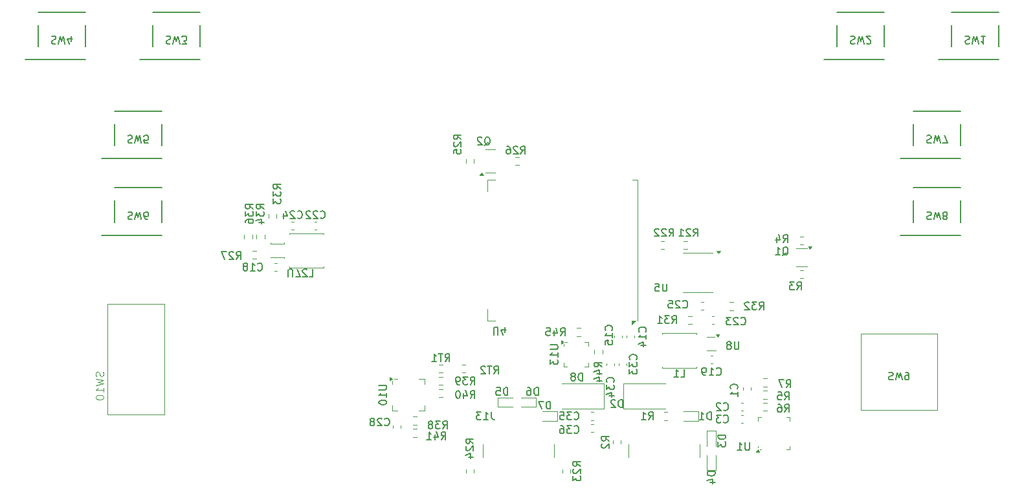
<source format=gbr>
%TF.GenerationSoftware,KiCad,Pcbnew,8.0.4*%
%TF.CreationDate,2024-09-02T08:00:42-07:00*%
%TF.ProjectId,Muffin,4d756666-696e-42e6-9b69-6361645f7063,rev?*%
%TF.SameCoordinates,Original*%
%TF.FileFunction,Legend,Bot*%
%TF.FilePolarity,Positive*%
%FSLAX46Y46*%
G04 Gerber Fmt 4.6, Leading zero omitted, Abs format (unit mm)*
G04 Created by KiCad (PCBNEW 8.0.4) date 2024-09-02 08:00:42*
%MOMM*%
%LPD*%
G01*
G04 APERTURE LIST*
%ADD10C,0.150000*%
%ADD11C,0.100000*%
%ADD12C,0.120000*%
%ADD13C,0.160000*%
G04 APERTURE END LIST*
D10*
X157295238Y-83750057D02*
X157390476Y-83702438D01*
X157390476Y-83702438D02*
X157485714Y-83607200D01*
X157485714Y-83607200D02*
X157628571Y-83464342D01*
X157628571Y-83464342D02*
X157723809Y-83416723D01*
X157723809Y-83416723D02*
X157819047Y-83416723D01*
X157771428Y-83654819D02*
X157866666Y-83607200D01*
X157866666Y-83607200D02*
X157961904Y-83511961D01*
X157961904Y-83511961D02*
X158009523Y-83321485D01*
X158009523Y-83321485D02*
X158009523Y-82988152D01*
X158009523Y-82988152D02*
X157961904Y-82797676D01*
X157961904Y-82797676D02*
X157866666Y-82702438D01*
X157866666Y-82702438D02*
X157771428Y-82654819D01*
X157771428Y-82654819D02*
X157580952Y-82654819D01*
X157580952Y-82654819D02*
X157485714Y-82702438D01*
X157485714Y-82702438D02*
X157390476Y-82797676D01*
X157390476Y-82797676D02*
X157342857Y-82988152D01*
X157342857Y-82988152D02*
X157342857Y-83321485D01*
X157342857Y-83321485D02*
X157390476Y-83511961D01*
X157390476Y-83511961D02*
X157485714Y-83607200D01*
X157485714Y-83607200D02*
X157580952Y-83654819D01*
X157580952Y-83654819D02*
X157771428Y-83654819D01*
X156390476Y-83654819D02*
X156961904Y-83654819D01*
X156676190Y-83654819D02*
X156676190Y-82654819D01*
X156676190Y-82654819D02*
X156771428Y-82797676D01*
X156771428Y-82797676D02*
X156866666Y-82892914D01*
X156866666Y-82892914D02*
X156961904Y-82940533D01*
X61666667Y-55092800D02*
X61809524Y-55045180D01*
X61809524Y-55045180D02*
X62047619Y-55045180D01*
X62047619Y-55045180D02*
X62142857Y-55092800D01*
X62142857Y-55092800D02*
X62190476Y-55140419D01*
X62190476Y-55140419D02*
X62238095Y-55235657D01*
X62238095Y-55235657D02*
X62238095Y-55330895D01*
X62238095Y-55330895D02*
X62190476Y-55426133D01*
X62190476Y-55426133D02*
X62142857Y-55473752D01*
X62142857Y-55473752D02*
X62047619Y-55521371D01*
X62047619Y-55521371D02*
X61857143Y-55568990D01*
X61857143Y-55568990D02*
X61761905Y-55616609D01*
X61761905Y-55616609D02*
X61714286Y-55664228D01*
X61714286Y-55664228D02*
X61666667Y-55759466D01*
X61666667Y-55759466D02*
X61666667Y-55854704D01*
X61666667Y-55854704D02*
X61714286Y-55949942D01*
X61714286Y-55949942D02*
X61761905Y-55997561D01*
X61761905Y-55997561D02*
X61857143Y-56045180D01*
X61857143Y-56045180D02*
X62095238Y-56045180D01*
X62095238Y-56045180D02*
X62238095Y-55997561D01*
X62571429Y-56045180D02*
X62809524Y-55045180D01*
X62809524Y-55045180D02*
X63000000Y-55759466D01*
X63000000Y-55759466D02*
X63190476Y-55045180D01*
X63190476Y-55045180D02*
X63428572Y-56045180D01*
X64238095Y-55711847D02*
X64238095Y-55045180D01*
X64000000Y-56092800D02*
X63761905Y-55378514D01*
X63761905Y-55378514D02*
X64380952Y-55378514D01*
X119209523Y-104254819D02*
X119209523Y-104969104D01*
X119209523Y-104969104D02*
X119257142Y-105111961D01*
X119257142Y-105111961D02*
X119352380Y-105207200D01*
X119352380Y-105207200D02*
X119495237Y-105254819D01*
X119495237Y-105254819D02*
X119590475Y-105254819D01*
X118209523Y-105254819D02*
X118780951Y-105254819D01*
X118495237Y-105254819D02*
X118495237Y-104254819D01*
X118495237Y-104254819D02*
X118590475Y-104397676D01*
X118590475Y-104397676D02*
X118685713Y-104492914D01*
X118685713Y-104492914D02*
X118780951Y-104540533D01*
X117876189Y-104254819D02*
X117257142Y-104254819D01*
X117257142Y-104254819D02*
X117590475Y-104635771D01*
X117590475Y-104635771D02*
X117447618Y-104635771D01*
X117447618Y-104635771D02*
X117352380Y-104683390D01*
X117352380Y-104683390D02*
X117304761Y-104731009D01*
X117304761Y-104731009D02*
X117257142Y-104826247D01*
X117257142Y-104826247D02*
X117257142Y-105064342D01*
X117257142Y-105064342D02*
X117304761Y-105159580D01*
X117304761Y-105159580D02*
X117352380Y-105207200D01*
X117352380Y-105207200D02*
X117447618Y-105254819D01*
X117447618Y-105254819D02*
X117733332Y-105254819D01*
X117733332Y-105254819D02*
X117828570Y-105207200D01*
X117828570Y-105207200D02*
X117876189Y-105159580D01*
X149566666Y-105559580D02*
X149614285Y-105607200D01*
X149614285Y-105607200D02*
X149757142Y-105654819D01*
X149757142Y-105654819D02*
X149852380Y-105654819D01*
X149852380Y-105654819D02*
X149995237Y-105607200D01*
X149995237Y-105607200D02*
X150090475Y-105511961D01*
X150090475Y-105511961D02*
X150138094Y-105416723D01*
X150138094Y-105416723D02*
X150185713Y-105226247D01*
X150185713Y-105226247D02*
X150185713Y-105083390D01*
X150185713Y-105083390D02*
X150138094Y-104892914D01*
X150138094Y-104892914D02*
X150090475Y-104797676D01*
X150090475Y-104797676D02*
X149995237Y-104702438D01*
X149995237Y-104702438D02*
X149852380Y-104654819D01*
X149852380Y-104654819D02*
X149757142Y-104654819D01*
X149757142Y-104654819D02*
X149614285Y-104702438D01*
X149614285Y-104702438D02*
X149566666Y-104750057D01*
X149233332Y-104654819D02*
X148614285Y-104654819D01*
X148614285Y-104654819D02*
X148947618Y-105035771D01*
X148947618Y-105035771D02*
X148804761Y-105035771D01*
X148804761Y-105035771D02*
X148709523Y-105083390D01*
X148709523Y-105083390D02*
X148661904Y-105131009D01*
X148661904Y-105131009D02*
X148614285Y-105226247D01*
X148614285Y-105226247D02*
X148614285Y-105464342D01*
X148614285Y-105464342D02*
X148661904Y-105559580D01*
X148661904Y-105559580D02*
X148709523Y-105607200D01*
X148709523Y-105607200D02*
X148804761Y-105654819D01*
X148804761Y-105654819D02*
X149090475Y-105654819D01*
X149090475Y-105654819D02*
X149185713Y-105607200D01*
X149185713Y-105607200D02*
X149233332Y-105559580D01*
X134624819Y-108033333D02*
X134148628Y-107700000D01*
X134624819Y-107461905D02*
X133624819Y-107461905D01*
X133624819Y-107461905D02*
X133624819Y-107842857D01*
X133624819Y-107842857D02*
X133672438Y-107938095D01*
X133672438Y-107938095D02*
X133720057Y-107985714D01*
X133720057Y-107985714D02*
X133815295Y-108033333D01*
X133815295Y-108033333D02*
X133958152Y-108033333D01*
X133958152Y-108033333D02*
X134053390Y-107985714D01*
X134053390Y-107985714D02*
X134101009Y-107938095D01*
X134101009Y-107938095D02*
X134148628Y-107842857D01*
X134148628Y-107842857D02*
X134148628Y-107461905D01*
X133720057Y-108414286D02*
X133672438Y-108461905D01*
X133672438Y-108461905D02*
X133624819Y-108557143D01*
X133624819Y-108557143D02*
X133624819Y-108795238D01*
X133624819Y-108795238D02*
X133672438Y-108890476D01*
X133672438Y-108890476D02*
X133720057Y-108938095D01*
X133720057Y-108938095D02*
X133815295Y-108985714D01*
X133815295Y-108985714D02*
X133910533Y-108985714D01*
X133910533Y-108985714D02*
X134053390Y-108938095D01*
X134053390Y-108938095D02*
X134624819Y-108366667D01*
X134624819Y-108366667D02*
X134624819Y-108985714D01*
X136338094Y-103654819D02*
X136338094Y-102654819D01*
X136338094Y-102654819D02*
X136099999Y-102654819D01*
X136099999Y-102654819D02*
X135957142Y-102702438D01*
X135957142Y-102702438D02*
X135861904Y-102797676D01*
X135861904Y-102797676D02*
X135814285Y-102892914D01*
X135814285Y-102892914D02*
X135766666Y-103083390D01*
X135766666Y-103083390D02*
X135766666Y-103226247D01*
X135766666Y-103226247D02*
X135814285Y-103416723D01*
X135814285Y-103416723D02*
X135861904Y-103511961D01*
X135861904Y-103511961D02*
X135957142Y-103607200D01*
X135957142Y-103607200D02*
X136099999Y-103654819D01*
X136099999Y-103654819D02*
X136338094Y-103654819D01*
X135385713Y-102750057D02*
X135338094Y-102702438D01*
X135338094Y-102702438D02*
X135242856Y-102654819D01*
X135242856Y-102654819D02*
X135004761Y-102654819D01*
X135004761Y-102654819D02*
X134909523Y-102702438D01*
X134909523Y-102702438D02*
X134861904Y-102750057D01*
X134861904Y-102750057D02*
X134814285Y-102845295D01*
X134814285Y-102845295D02*
X134814285Y-102940533D01*
X134814285Y-102940533D02*
X134861904Y-103083390D01*
X134861904Y-103083390D02*
X135433332Y-103654819D01*
X135433332Y-103654819D02*
X134814285Y-103654819D01*
X115254819Y-68557142D02*
X114778628Y-68223809D01*
X115254819Y-67985714D02*
X114254819Y-67985714D01*
X114254819Y-67985714D02*
X114254819Y-68366666D01*
X114254819Y-68366666D02*
X114302438Y-68461904D01*
X114302438Y-68461904D02*
X114350057Y-68509523D01*
X114350057Y-68509523D02*
X114445295Y-68557142D01*
X114445295Y-68557142D02*
X114588152Y-68557142D01*
X114588152Y-68557142D02*
X114683390Y-68509523D01*
X114683390Y-68509523D02*
X114731009Y-68461904D01*
X114731009Y-68461904D02*
X114778628Y-68366666D01*
X114778628Y-68366666D02*
X114778628Y-67985714D01*
X114350057Y-68938095D02*
X114302438Y-68985714D01*
X114302438Y-68985714D02*
X114254819Y-69080952D01*
X114254819Y-69080952D02*
X114254819Y-69319047D01*
X114254819Y-69319047D02*
X114302438Y-69414285D01*
X114302438Y-69414285D02*
X114350057Y-69461904D01*
X114350057Y-69461904D02*
X114445295Y-69509523D01*
X114445295Y-69509523D02*
X114540533Y-69509523D01*
X114540533Y-69509523D02*
X114683390Y-69461904D01*
X114683390Y-69461904D02*
X115254819Y-68890476D01*
X115254819Y-68890476D02*
X115254819Y-69509523D01*
X114254819Y-70414285D02*
X114254819Y-69938095D01*
X114254819Y-69938095D02*
X114731009Y-69890476D01*
X114731009Y-69890476D02*
X114683390Y-69938095D01*
X114683390Y-69938095D02*
X114635771Y-70033333D01*
X114635771Y-70033333D02*
X114635771Y-70271428D01*
X114635771Y-70271428D02*
X114683390Y-70366666D01*
X114683390Y-70366666D02*
X114731009Y-70414285D01*
X114731009Y-70414285D02*
X114826247Y-70461904D01*
X114826247Y-70461904D02*
X115064342Y-70461904D01*
X115064342Y-70461904D02*
X115159580Y-70414285D01*
X115159580Y-70414285D02*
X115207200Y-70366666D01*
X115207200Y-70366666D02*
X115254819Y-70271428D01*
X115254819Y-70271428D02*
X115254819Y-70033333D01*
X115254819Y-70033333D02*
X115207200Y-69938095D01*
X115207200Y-69938095D02*
X115159580Y-69890476D01*
X157566666Y-102654819D02*
X157899999Y-102178628D01*
X158138094Y-102654819D02*
X158138094Y-101654819D01*
X158138094Y-101654819D02*
X157757142Y-101654819D01*
X157757142Y-101654819D02*
X157661904Y-101702438D01*
X157661904Y-101702438D02*
X157614285Y-101750057D01*
X157614285Y-101750057D02*
X157566666Y-101845295D01*
X157566666Y-101845295D02*
X157566666Y-101988152D01*
X157566666Y-101988152D02*
X157614285Y-102083390D01*
X157614285Y-102083390D02*
X157661904Y-102131009D01*
X157661904Y-102131009D02*
X157757142Y-102178628D01*
X157757142Y-102178628D02*
X158138094Y-102178628D01*
X156661904Y-101654819D02*
X157138094Y-101654819D01*
X157138094Y-101654819D02*
X157185713Y-102131009D01*
X157185713Y-102131009D02*
X157138094Y-102083390D01*
X157138094Y-102083390D02*
X157042856Y-102035771D01*
X157042856Y-102035771D02*
X156804761Y-102035771D01*
X156804761Y-102035771D02*
X156709523Y-102083390D01*
X156709523Y-102083390D02*
X156661904Y-102131009D01*
X156661904Y-102131009D02*
X156614285Y-102226247D01*
X156614285Y-102226247D02*
X156614285Y-102464342D01*
X156614285Y-102464342D02*
X156661904Y-102559580D01*
X156661904Y-102559580D02*
X156709523Y-102607200D01*
X156709523Y-102607200D02*
X156804761Y-102654819D01*
X156804761Y-102654819D02*
X157042856Y-102654819D01*
X157042856Y-102654819D02*
X157138094Y-102607200D01*
X157138094Y-102607200D02*
X157185713Y-102559580D01*
X91654819Y-75057142D02*
X91178628Y-74723809D01*
X91654819Y-74485714D02*
X90654819Y-74485714D01*
X90654819Y-74485714D02*
X90654819Y-74866666D01*
X90654819Y-74866666D02*
X90702438Y-74961904D01*
X90702438Y-74961904D02*
X90750057Y-75009523D01*
X90750057Y-75009523D02*
X90845295Y-75057142D01*
X90845295Y-75057142D02*
X90988152Y-75057142D01*
X90988152Y-75057142D02*
X91083390Y-75009523D01*
X91083390Y-75009523D02*
X91131009Y-74961904D01*
X91131009Y-74961904D02*
X91178628Y-74866666D01*
X91178628Y-74866666D02*
X91178628Y-74485714D01*
X90654819Y-75390476D02*
X90654819Y-76009523D01*
X90654819Y-76009523D02*
X91035771Y-75676190D01*
X91035771Y-75676190D02*
X91035771Y-75819047D01*
X91035771Y-75819047D02*
X91083390Y-75914285D01*
X91083390Y-75914285D02*
X91131009Y-75961904D01*
X91131009Y-75961904D02*
X91226247Y-76009523D01*
X91226247Y-76009523D02*
X91464342Y-76009523D01*
X91464342Y-76009523D02*
X91559580Y-75961904D01*
X91559580Y-75961904D02*
X91607200Y-75914285D01*
X91607200Y-75914285D02*
X91654819Y-75819047D01*
X91654819Y-75819047D02*
X91654819Y-75533333D01*
X91654819Y-75533333D02*
X91607200Y-75438095D01*
X91607200Y-75438095D02*
X91559580Y-75390476D01*
X90654819Y-76342857D02*
X90654819Y-76961904D01*
X90654819Y-76961904D02*
X91035771Y-76628571D01*
X91035771Y-76628571D02*
X91035771Y-76771428D01*
X91035771Y-76771428D02*
X91083390Y-76866666D01*
X91083390Y-76866666D02*
X91131009Y-76914285D01*
X91131009Y-76914285D02*
X91226247Y-76961904D01*
X91226247Y-76961904D02*
X91464342Y-76961904D01*
X91464342Y-76961904D02*
X91559580Y-76914285D01*
X91559580Y-76914285D02*
X91607200Y-76866666D01*
X91607200Y-76866666D02*
X91654819Y-76771428D01*
X91654819Y-76771428D02*
X91654819Y-76485714D01*
X91654819Y-76485714D02*
X91607200Y-76390476D01*
X91607200Y-76390476D02*
X91559580Y-76342857D01*
X138159580Y-97357142D02*
X138207200Y-97309523D01*
X138207200Y-97309523D02*
X138254819Y-97166666D01*
X138254819Y-97166666D02*
X138254819Y-97071428D01*
X138254819Y-97071428D02*
X138207200Y-96928571D01*
X138207200Y-96928571D02*
X138111961Y-96833333D01*
X138111961Y-96833333D02*
X138016723Y-96785714D01*
X138016723Y-96785714D02*
X137826247Y-96738095D01*
X137826247Y-96738095D02*
X137683390Y-96738095D01*
X137683390Y-96738095D02*
X137492914Y-96785714D01*
X137492914Y-96785714D02*
X137397676Y-96833333D01*
X137397676Y-96833333D02*
X137302438Y-96928571D01*
X137302438Y-96928571D02*
X137254819Y-97071428D01*
X137254819Y-97071428D02*
X137254819Y-97166666D01*
X137254819Y-97166666D02*
X137302438Y-97309523D01*
X137302438Y-97309523D02*
X137350057Y-97357142D01*
X137254819Y-97690476D02*
X137254819Y-98309523D01*
X137254819Y-98309523D02*
X137635771Y-97976190D01*
X137635771Y-97976190D02*
X137635771Y-98119047D01*
X137635771Y-98119047D02*
X137683390Y-98214285D01*
X137683390Y-98214285D02*
X137731009Y-98261904D01*
X137731009Y-98261904D02*
X137826247Y-98309523D01*
X137826247Y-98309523D02*
X138064342Y-98309523D01*
X138064342Y-98309523D02*
X138159580Y-98261904D01*
X138159580Y-98261904D02*
X138207200Y-98214285D01*
X138207200Y-98214285D02*
X138254819Y-98119047D01*
X138254819Y-98119047D02*
X138254819Y-97833333D01*
X138254819Y-97833333D02*
X138207200Y-97738095D01*
X138207200Y-97738095D02*
X138159580Y-97690476D01*
X137254819Y-98642857D02*
X137254819Y-99261904D01*
X137254819Y-99261904D02*
X137635771Y-98928571D01*
X137635771Y-98928571D02*
X137635771Y-99071428D01*
X137635771Y-99071428D02*
X137683390Y-99166666D01*
X137683390Y-99166666D02*
X137731009Y-99214285D01*
X137731009Y-99214285D02*
X137826247Y-99261904D01*
X137826247Y-99261904D02*
X138064342Y-99261904D01*
X138064342Y-99261904D02*
X138159580Y-99214285D01*
X138159580Y-99214285D02*
X138207200Y-99166666D01*
X138207200Y-99166666D02*
X138254819Y-99071428D01*
X138254819Y-99071428D02*
X138254819Y-98785714D01*
X138254819Y-98785714D02*
X138207200Y-98690476D01*
X138207200Y-98690476D02*
X138159580Y-98642857D01*
X112642857Y-107854819D02*
X112976190Y-107378628D01*
X113214285Y-107854819D02*
X113214285Y-106854819D01*
X113214285Y-106854819D02*
X112833333Y-106854819D01*
X112833333Y-106854819D02*
X112738095Y-106902438D01*
X112738095Y-106902438D02*
X112690476Y-106950057D01*
X112690476Y-106950057D02*
X112642857Y-107045295D01*
X112642857Y-107045295D02*
X112642857Y-107188152D01*
X112642857Y-107188152D02*
X112690476Y-107283390D01*
X112690476Y-107283390D02*
X112738095Y-107331009D01*
X112738095Y-107331009D02*
X112833333Y-107378628D01*
X112833333Y-107378628D02*
X113214285Y-107378628D01*
X111785714Y-107188152D02*
X111785714Y-107854819D01*
X112023809Y-106807200D02*
X112261904Y-107521485D01*
X112261904Y-107521485D02*
X111642857Y-107521485D01*
X110738095Y-107854819D02*
X111309523Y-107854819D01*
X111023809Y-107854819D02*
X111023809Y-106854819D01*
X111023809Y-106854819D02*
X111119047Y-106997676D01*
X111119047Y-106997676D02*
X111214285Y-107092914D01*
X111214285Y-107092914D02*
X111309523Y-107140533D01*
X152961904Y-108254819D02*
X152961904Y-109064342D01*
X152961904Y-109064342D02*
X152914285Y-109159580D01*
X152914285Y-109159580D02*
X152866666Y-109207200D01*
X152866666Y-109207200D02*
X152771428Y-109254819D01*
X152771428Y-109254819D02*
X152580952Y-109254819D01*
X152580952Y-109254819D02*
X152485714Y-109207200D01*
X152485714Y-109207200D02*
X152438095Y-109159580D01*
X152438095Y-109159580D02*
X152390476Y-109064342D01*
X152390476Y-109064342D02*
X152390476Y-108254819D01*
X151390476Y-109254819D02*
X151961904Y-109254819D01*
X151676190Y-109254819D02*
X151676190Y-108254819D01*
X151676190Y-108254819D02*
X151771428Y-108397676D01*
X151771428Y-108397676D02*
X151866666Y-108492914D01*
X151866666Y-108492914D02*
X151961904Y-108540533D01*
X104492319Y-100761905D02*
X105301842Y-100761905D01*
X105301842Y-100761905D02*
X105397080Y-100809524D01*
X105397080Y-100809524D02*
X105444700Y-100857143D01*
X105444700Y-100857143D02*
X105492319Y-100952381D01*
X105492319Y-100952381D02*
X105492319Y-101142857D01*
X105492319Y-101142857D02*
X105444700Y-101238095D01*
X105444700Y-101238095D02*
X105397080Y-101285714D01*
X105397080Y-101285714D02*
X105301842Y-101333333D01*
X105301842Y-101333333D02*
X104492319Y-101333333D01*
X105492319Y-102333333D02*
X105492319Y-101761905D01*
X105492319Y-102047619D02*
X104492319Y-102047619D01*
X104492319Y-102047619D02*
X104635176Y-101952381D01*
X104635176Y-101952381D02*
X104730414Y-101857143D01*
X104730414Y-101857143D02*
X104778033Y-101761905D01*
X104492319Y-102952381D02*
X104492319Y-103047619D01*
X104492319Y-103047619D02*
X104539938Y-103142857D01*
X104539938Y-103142857D02*
X104587557Y-103190476D01*
X104587557Y-103190476D02*
X104682795Y-103238095D01*
X104682795Y-103238095D02*
X104873271Y-103285714D01*
X104873271Y-103285714D02*
X105111366Y-103285714D01*
X105111366Y-103285714D02*
X105301842Y-103238095D01*
X105301842Y-103238095D02*
X105397080Y-103190476D01*
X105397080Y-103190476D02*
X105444700Y-103142857D01*
X105444700Y-103142857D02*
X105492319Y-103047619D01*
X105492319Y-103047619D02*
X105492319Y-102952381D01*
X105492319Y-102952381D02*
X105444700Y-102857143D01*
X105444700Y-102857143D02*
X105397080Y-102809524D01*
X105397080Y-102809524D02*
X105301842Y-102761905D01*
X105301842Y-102761905D02*
X105111366Y-102714286D01*
X105111366Y-102714286D02*
X104873271Y-102714286D01*
X104873271Y-102714286D02*
X104682795Y-102761905D01*
X104682795Y-102761905D02*
X104587557Y-102809524D01*
X104587557Y-102809524D02*
X104539938Y-102857143D01*
X104539938Y-102857143D02*
X104492319Y-102952381D01*
X123042857Y-70454819D02*
X123376190Y-69978628D01*
X123614285Y-70454819D02*
X123614285Y-69454819D01*
X123614285Y-69454819D02*
X123233333Y-69454819D01*
X123233333Y-69454819D02*
X123138095Y-69502438D01*
X123138095Y-69502438D02*
X123090476Y-69550057D01*
X123090476Y-69550057D02*
X123042857Y-69645295D01*
X123042857Y-69645295D02*
X123042857Y-69788152D01*
X123042857Y-69788152D02*
X123090476Y-69883390D01*
X123090476Y-69883390D02*
X123138095Y-69931009D01*
X123138095Y-69931009D02*
X123233333Y-69978628D01*
X123233333Y-69978628D02*
X123614285Y-69978628D01*
X122661904Y-69550057D02*
X122614285Y-69502438D01*
X122614285Y-69502438D02*
X122519047Y-69454819D01*
X122519047Y-69454819D02*
X122280952Y-69454819D01*
X122280952Y-69454819D02*
X122185714Y-69502438D01*
X122185714Y-69502438D02*
X122138095Y-69550057D01*
X122138095Y-69550057D02*
X122090476Y-69645295D01*
X122090476Y-69645295D02*
X122090476Y-69740533D01*
X122090476Y-69740533D02*
X122138095Y-69883390D01*
X122138095Y-69883390D02*
X122709523Y-70454819D01*
X122709523Y-70454819D02*
X122090476Y-70454819D01*
X121233333Y-69454819D02*
X121423809Y-69454819D01*
X121423809Y-69454819D02*
X121519047Y-69502438D01*
X121519047Y-69502438D02*
X121566666Y-69550057D01*
X121566666Y-69550057D02*
X121661904Y-69692914D01*
X121661904Y-69692914D02*
X121709523Y-69883390D01*
X121709523Y-69883390D02*
X121709523Y-70264342D01*
X121709523Y-70264342D02*
X121661904Y-70359580D01*
X121661904Y-70359580D02*
X121614285Y-70407200D01*
X121614285Y-70407200D02*
X121519047Y-70454819D01*
X121519047Y-70454819D02*
X121328571Y-70454819D01*
X121328571Y-70454819D02*
X121233333Y-70407200D01*
X121233333Y-70407200D02*
X121185714Y-70359580D01*
X121185714Y-70359580D02*
X121138095Y-70264342D01*
X121138095Y-70264342D02*
X121138095Y-70026247D01*
X121138095Y-70026247D02*
X121185714Y-69931009D01*
X121185714Y-69931009D02*
X121233333Y-69883390D01*
X121233333Y-69883390D02*
X121328571Y-69835771D01*
X121328571Y-69835771D02*
X121519047Y-69835771D01*
X121519047Y-69835771D02*
X121614285Y-69883390D01*
X121614285Y-69883390D02*
X121661904Y-69931009D01*
X121661904Y-69931009D02*
X121709523Y-70026247D01*
X116442857Y-100654819D02*
X116776190Y-100178628D01*
X117014285Y-100654819D02*
X117014285Y-99654819D01*
X117014285Y-99654819D02*
X116633333Y-99654819D01*
X116633333Y-99654819D02*
X116538095Y-99702438D01*
X116538095Y-99702438D02*
X116490476Y-99750057D01*
X116490476Y-99750057D02*
X116442857Y-99845295D01*
X116442857Y-99845295D02*
X116442857Y-99988152D01*
X116442857Y-99988152D02*
X116490476Y-100083390D01*
X116490476Y-100083390D02*
X116538095Y-100131009D01*
X116538095Y-100131009D02*
X116633333Y-100178628D01*
X116633333Y-100178628D02*
X117014285Y-100178628D01*
X116109523Y-99654819D02*
X115490476Y-99654819D01*
X115490476Y-99654819D02*
X115823809Y-100035771D01*
X115823809Y-100035771D02*
X115680952Y-100035771D01*
X115680952Y-100035771D02*
X115585714Y-100083390D01*
X115585714Y-100083390D02*
X115538095Y-100131009D01*
X115538095Y-100131009D02*
X115490476Y-100226247D01*
X115490476Y-100226247D02*
X115490476Y-100464342D01*
X115490476Y-100464342D02*
X115538095Y-100559580D01*
X115538095Y-100559580D02*
X115585714Y-100607200D01*
X115585714Y-100607200D02*
X115680952Y-100654819D01*
X115680952Y-100654819D02*
X115966666Y-100654819D01*
X115966666Y-100654819D02*
X116061904Y-100607200D01*
X116061904Y-100607200D02*
X116109523Y-100559580D01*
X115014285Y-100654819D02*
X114823809Y-100654819D01*
X114823809Y-100654819D02*
X114728571Y-100607200D01*
X114728571Y-100607200D02*
X114680952Y-100559580D01*
X114680952Y-100559580D02*
X114585714Y-100416723D01*
X114585714Y-100416723D02*
X114538095Y-100226247D01*
X114538095Y-100226247D02*
X114538095Y-99845295D01*
X114538095Y-99845295D02*
X114585714Y-99750057D01*
X114585714Y-99750057D02*
X114633333Y-99702438D01*
X114633333Y-99702438D02*
X114728571Y-99654819D01*
X114728571Y-99654819D02*
X114919047Y-99654819D01*
X114919047Y-99654819D02*
X115014285Y-99702438D01*
X115014285Y-99702438D02*
X115061904Y-99750057D01*
X115061904Y-99750057D02*
X115109523Y-99845295D01*
X115109523Y-99845295D02*
X115109523Y-100083390D01*
X115109523Y-100083390D02*
X115061904Y-100178628D01*
X115061904Y-100178628D02*
X115014285Y-100226247D01*
X115014285Y-100226247D02*
X114919047Y-100273866D01*
X114919047Y-100273866D02*
X114728571Y-100273866D01*
X114728571Y-100273866D02*
X114633333Y-100226247D01*
X114633333Y-100226247D02*
X114585714Y-100178628D01*
X114585714Y-100178628D02*
X114538095Y-100083390D01*
X166166667Y-55092800D02*
X166309524Y-55045180D01*
X166309524Y-55045180D02*
X166547619Y-55045180D01*
X166547619Y-55045180D02*
X166642857Y-55092800D01*
X166642857Y-55092800D02*
X166690476Y-55140419D01*
X166690476Y-55140419D02*
X166738095Y-55235657D01*
X166738095Y-55235657D02*
X166738095Y-55330895D01*
X166738095Y-55330895D02*
X166690476Y-55426133D01*
X166690476Y-55426133D02*
X166642857Y-55473752D01*
X166642857Y-55473752D02*
X166547619Y-55521371D01*
X166547619Y-55521371D02*
X166357143Y-55568990D01*
X166357143Y-55568990D02*
X166261905Y-55616609D01*
X166261905Y-55616609D02*
X166214286Y-55664228D01*
X166214286Y-55664228D02*
X166166667Y-55759466D01*
X166166667Y-55759466D02*
X166166667Y-55854704D01*
X166166667Y-55854704D02*
X166214286Y-55949942D01*
X166214286Y-55949942D02*
X166261905Y-55997561D01*
X166261905Y-55997561D02*
X166357143Y-56045180D01*
X166357143Y-56045180D02*
X166595238Y-56045180D01*
X166595238Y-56045180D02*
X166738095Y-55997561D01*
X167071429Y-56045180D02*
X167309524Y-55045180D01*
X167309524Y-55045180D02*
X167500000Y-55759466D01*
X167500000Y-55759466D02*
X167690476Y-55045180D01*
X167690476Y-55045180D02*
X167928572Y-56045180D01*
X168261905Y-55949942D02*
X168309524Y-55997561D01*
X168309524Y-55997561D02*
X168404762Y-56045180D01*
X168404762Y-56045180D02*
X168642857Y-56045180D01*
X168642857Y-56045180D02*
X168738095Y-55997561D01*
X168738095Y-55997561D02*
X168785714Y-55949942D01*
X168785714Y-55949942D02*
X168833333Y-55854704D01*
X168833333Y-55854704D02*
X168833333Y-55759466D01*
X168833333Y-55759466D02*
X168785714Y-55616609D01*
X168785714Y-55616609D02*
X168214286Y-55045180D01*
X168214286Y-55045180D02*
X168833333Y-55045180D01*
X112842857Y-106454819D02*
X113176190Y-105978628D01*
X113414285Y-106454819D02*
X113414285Y-105454819D01*
X113414285Y-105454819D02*
X113033333Y-105454819D01*
X113033333Y-105454819D02*
X112938095Y-105502438D01*
X112938095Y-105502438D02*
X112890476Y-105550057D01*
X112890476Y-105550057D02*
X112842857Y-105645295D01*
X112842857Y-105645295D02*
X112842857Y-105788152D01*
X112842857Y-105788152D02*
X112890476Y-105883390D01*
X112890476Y-105883390D02*
X112938095Y-105931009D01*
X112938095Y-105931009D02*
X113033333Y-105978628D01*
X113033333Y-105978628D02*
X113414285Y-105978628D01*
X112509523Y-105454819D02*
X111890476Y-105454819D01*
X111890476Y-105454819D02*
X112223809Y-105835771D01*
X112223809Y-105835771D02*
X112080952Y-105835771D01*
X112080952Y-105835771D02*
X111985714Y-105883390D01*
X111985714Y-105883390D02*
X111938095Y-105931009D01*
X111938095Y-105931009D02*
X111890476Y-106026247D01*
X111890476Y-106026247D02*
X111890476Y-106264342D01*
X111890476Y-106264342D02*
X111938095Y-106359580D01*
X111938095Y-106359580D02*
X111985714Y-106407200D01*
X111985714Y-106407200D02*
X112080952Y-106454819D01*
X112080952Y-106454819D02*
X112366666Y-106454819D01*
X112366666Y-106454819D02*
X112461904Y-106407200D01*
X112461904Y-106407200D02*
X112509523Y-106359580D01*
X111319047Y-105883390D02*
X111414285Y-105835771D01*
X111414285Y-105835771D02*
X111461904Y-105788152D01*
X111461904Y-105788152D02*
X111509523Y-105692914D01*
X111509523Y-105692914D02*
X111509523Y-105645295D01*
X111509523Y-105645295D02*
X111461904Y-105550057D01*
X111461904Y-105550057D02*
X111414285Y-105502438D01*
X111414285Y-105502438D02*
X111319047Y-105454819D01*
X111319047Y-105454819D02*
X111128571Y-105454819D01*
X111128571Y-105454819D02*
X111033333Y-105502438D01*
X111033333Y-105502438D02*
X110985714Y-105550057D01*
X110985714Y-105550057D02*
X110938095Y-105645295D01*
X110938095Y-105645295D02*
X110938095Y-105692914D01*
X110938095Y-105692914D02*
X110985714Y-105788152D01*
X110985714Y-105788152D02*
X111033333Y-105835771D01*
X111033333Y-105835771D02*
X111128571Y-105883390D01*
X111128571Y-105883390D02*
X111319047Y-105883390D01*
X111319047Y-105883390D02*
X111414285Y-105931009D01*
X111414285Y-105931009D02*
X111461904Y-105978628D01*
X111461904Y-105978628D02*
X111509523Y-106073866D01*
X111509523Y-106073866D02*
X111509523Y-106264342D01*
X111509523Y-106264342D02*
X111461904Y-106359580D01*
X111461904Y-106359580D02*
X111414285Y-106407200D01*
X111414285Y-106407200D02*
X111319047Y-106454819D01*
X111319047Y-106454819D02*
X111128571Y-106454819D01*
X111128571Y-106454819D02*
X111033333Y-106407200D01*
X111033333Y-106407200D02*
X110985714Y-106359580D01*
X110985714Y-106359580D02*
X110938095Y-106264342D01*
X110938095Y-106264342D02*
X110938095Y-106073866D01*
X110938095Y-106073866D02*
X110985714Y-105978628D01*
X110985714Y-105978628D02*
X111033333Y-105931009D01*
X111033333Y-105931009D02*
X111128571Y-105883390D01*
X176166667Y-78092800D02*
X176309524Y-78045180D01*
X176309524Y-78045180D02*
X176547619Y-78045180D01*
X176547619Y-78045180D02*
X176642857Y-78092800D01*
X176642857Y-78092800D02*
X176690476Y-78140419D01*
X176690476Y-78140419D02*
X176738095Y-78235657D01*
X176738095Y-78235657D02*
X176738095Y-78330895D01*
X176738095Y-78330895D02*
X176690476Y-78426133D01*
X176690476Y-78426133D02*
X176642857Y-78473752D01*
X176642857Y-78473752D02*
X176547619Y-78521371D01*
X176547619Y-78521371D02*
X176357143Y-78568990D01*
X176357143Y-78568990D02*
X176261905Y-78616609D01*
X176261905Y-78616609D02*
X176214286Y-78664228D01*
X176214286Y-78664228D02*
X176166667Y-78759466D01*
X176166667Y-78759466D02*
X176166667Y-78854704D01*
X176166667Y-78854704D02*
X176214286Y-78949942D01*
X176214286Y-78949942D02*
X176261905Y-78997561D01*
X176261905Y-78997561D02*
X176357143Y-79045180D01*
X176357143Y-79045180D02*
X176595238Y-79045180D01*
X176595238Y-79045180D02*
X176738095Y-78997561D01*
X177071429Y-79045180D02*
X177309524Y-78045180D01*
X177309524Y-78045180D02*
X177500000Y-78759466D01*
X177500000Y-78759466D02*
X177690476Y-78045180D01*
X177690476Y-78045180D02*
X177928572Y-79045180D01*
X178452381Y-78616609D02*
X178357143Y-78664228D01*
X178357143Y-78664228D02*
X178309524Y-78711847D01*
X178309524Y-78711847D02*
X178261905Y-78807085D01*
X178261905Y-78807085D02*
X178261905Y-78854704D01*
X178261905Y-78854704D02*
X178309524Y-78949942D01*
X178309524Y-78949942D02*
X178357143Y-78997561D01*
X178357143Y-78997561D02*
X178452381Y-79045180D01*
X178452381Y-79045180D02*
X178642857Y-79045180D01*
X178642857Y-79045180D02*
X178738095Y-78997561D01*
X178738095Y-78997561D02*
X178785714Y-78949942D01*
X178785714Y-78949942D02*
X178833333Y-78854704D01*
X178833333Y-78854704D02*
X178833333Y-78807085D01*
X178833333Y-78807085D02*
X178785714Y-78711847D01*
X178785714Y-78711847D02*
X178738095Y-78664228D01*
X178738095Y-78664228D02*
X178642857Y-78616609D01*
X178642857Y-78616609D02*
X178452381Y-78616609D01*
X178452381Y-78616609D02*
X178357143Y-78568990D01*
X178357143Y-78568990D02*
X178309524Y-78521371D01*
X178309524Y-78521371D02*
X178261905Y-78426133D01*
X178261905Y-78426133D02*
X178261905Y-78235657D01*
X178261905Y-78235657D02*
X178309524Y-78140419D01*
X178309524Y-78140419D02*
X178357143Y-78092800D01*
X178357143Y-78092800D02*
X178452381Y-78045180D01*
X178452381Y-78045180D02*
X178642857Y-78045180D01*
X178642857Y-78045180D02*
X178738095Y-78092800D01*
X178738095Y-78092800D02*
X178785714Y-78140419D01*
X178785714Y-78140419D02*
X178833333Y-78235657D01*
X178833333Y-78235657D02*
X178833333Y-78426133D01*
X178833333Y-78426133D02*
X178785714Y-78521371D01*
X178785714Y-78521371D02*
X178738095Y-78568990D01*
X178738095Y-78568990D02*
X178642857Y-78616609D01*
X85842857Y-84254819D02*
X86176190Y-83778628D01*
X86414285Y-84254819D02*
X86414285Y-83254819D01*
X86414285Y-83254819D02*
X86033333Y-83254819D01*
X86033333Y-83254819D02*
X85938095Y-83302438D01*
X85938095Y-83302438D02*
X85890476Y-83350057D01*
X85890476Y-83350057D02*
X85842857Y-83445295D01*
X85842857Y-83445295D02*
X85842857Y-83588152D01*
X85842857Y-83588152D02*
X85890476Y-83683390D01*
X85890476Y-83683390D02*
X85938095Y-83731009D01*
X85938095Y-83731009D02*
X86033333Y-83778628D01*
X86033333Y-83778628D02*
X86414285Y-83778628D01*
X85461904Y-83350057D02*
X85414285Y-83302438D01*
X85414285Y-83302438D02*
X85319047Y-83254819D01*
X85319047Y-83254819D02*
X85080952Y-83254819D01*
X85080952Y-83254819D02*
X84985714Y-83302438D01*
X84985714Y-83302438D02*
X84938095Y-83350057D01*
X84938095Y-83350057D02*
X84890476Y-83445295D01*
X84890476Y-83445295D02*
X84890476Y-83540533D01*
X84890476Y-83540533D02*
X84938095Y-83683390D01*
X84938095Y-83683390D02*
X85509523Y-84254819D01*
X85509523Y-84254819D02*
X84890476Y-84254819D01*
X84557142Y-83254819D02*
X83890476Y-83254819D01*
X83890476Y-83254819D02*
X84319047Y-84254819D01*
X135159580Y-100357142D02*
X135207200Y-100309523D01*
X135207200Y-100309523D02*
X135254819Y-100166666D01*
X135254819Y-100166666D02*
X135254819Y-100071428D01*
X135254819Y-100071428D02*
X135207200Y-99928571D01*
X135207200Y-99928571D02*
X135111961Y-99833333D01*
X135111961Y-99833333D02*
X135016723Y-99785714D01*
X135016723Y-99785714D02*
X134826247Y-99738095D01*
X134826247Y-99738095D02*
X134683390Y-99738095D01*
X134683390Y-99738095D02*
X134492914Y-99785714D01*
X134492914Y-99785714D02*
X134397676Y-99833333D01*
X134397676Y-99833333D02*
X134302438Y-99928571D01*
X134302438Y-99928571D02*
X134254819Y-100071428D01*
X134254819Y-100071428D02*
X134254819Y-100166666D01*
X134254819Y-100166666D02*
X134302438Y-100309523D01*
X134302438Y-100309523D02*
X134350057Y-100357142D01*
X134254819Y-100690476D02*
X134254819Y-101309523D01*
X134254819Y-101309523D02*
X134635771Y-100976190D01*
X134635771Y-100976190D02*
X134635771Y-101119047D01*
X134635771Y-101119047D02*
X134683390Y-101214285D01*
X134683390Y-101214285D02*
X134731009Y-101261904D01*
X134731009Y-101261904D02*
X134826247Y-101309523D01*
X134826247Y-101309523D02*
X135064342Y-101309523D01*
X135064342Y-101309523D02*
X135159580Y-101261904D01*
X135159580Y-101261904D02*
X135207200Y-101214285D01*
X135207200Y-101214285D02*
X135254819Y-101119047D01*
X135254819Y-101119047D02*
X135254819Y-100833333D01*
X135254819Y-100833333D02*
X135207200Y-100738095D01*
X135207200Y-100738095D02*
X135159580Y-100690476D01*
X134588152Y-102166666D02*
X135254819Y-102166666D01*
X134207200Y-101928571D02*
X134921485Y-101690476D01*
X134921485Y-101690476D02*
X134921485Y-102309523D01*
X126938094Y-103854819D02*
X126938094Y-102854819D01*
X126938094Y-102854819D02*
X126699999Y-102854819D01*
X126699999Y-102854819D02*
X126557142Y-102902438D01*
X126557142Y-102902438D02*
X126461904Y-102997676D01*
X126461904Y-102997676D02*
X126414285Y-103092914D01*
X126414285Y-103092914D02*
X126366666Y-103283390D01*
X126366666Y-103283390D02*
X126366666Y-103426247D01*
X126366666Y-103426247D02*
X126414285Y-103616723D01*
X126414285Y-103616723D02*
X126461904Y-103711961D01*
X126461904Y-103711961D02*
X126557142Y-103807200D01*
X126557142Y-103807200D02*
X126699999Y-103854819D01*
X126699999Y-103854819D02*
X126938094Y-103854819D01*
X126033332Y-102854819D02*
X125366666Y-102854819D01*
X125366666Y-102854819D02*
X125795237Y-103854819D01*
X142842857Y-92654819D02*
X143176190Y-92178628D01*
X143414285Y-92654819D02*
X143414285Y-91654819D01*
X143414285Y-91654819D02*
X143033333Y-91654819D01*
X143033333Y-91654819D02*
X142938095Y-91702438D01*
X142938095Y-91702438D02*
X142890476Y-91750057D01*
X142890476Y-91750057D02*
X142842857Y-91845295D01*
X142842857Y-91845295D02*
X142842857Y-91988152D01*
X142842857Y-91988152D02*
X142890476Y-92083390D01*
X142890476Y-92083390D02*
X142938095Y-92131009D01*
X142938095Y-92131009D02*
X143033333Y-92178628D01*
X143033333Y-92178628D02*
X143414285Y-92178628D01*
X142509523Y-91654819D02*
X141890476Y-91654819D01*
X141890476Y-91654819D02*
X142223809Y-92035771D01*
X142223809Y-92035771D02*
X142080952Y-92035771D01*
X142080952Y-92035771D02*
X141985714Y-92083390D01*
X141985714Y-92083390D02*
X141938095Y-92131009D01*
X141938095Y-92131009D02*
X141890476Y-92226247D01*
X141890476Y-92226247D02*
X141890476Y-92464342D01*
X141890476Y-92464342D02*
X141938095Y-92559580D01*
X141938095Y-92559580D02*
X141985714Y-92607200D01*
X141985714Y-92607200D02*
X142080952Y-92654819D01*
X142080952Y-92654819D02*
X142366666Y-92654819D01*
X142366666Y-92654819D02*
X142461904Y-92607200D01*
X142461904Y-92607200D02*
X142509523Y-92559580D01*
X140938095Y-92654819D02*
X141509523Y-92654819D01*
X141223809Y-92654819D02*
X141223809Y-91654819D01*
X141223809Y-91654819D02*
X141319047Y-91797676D01*
X141319047Y-91797676D02*
X141414285Y-91892914D01*
X141414285Y-91892914D02*
X141509523Y-91940533D01*
X157566666Y-104254819D02*
X157899999Y-103778628D01*
X158138094Y-104254819D02*
X158138094Y-103254819D01*
X158138094Y-103254819D02*
X157757142Y-103254819D01*
X157757142Y-103254819D02*
X157661904Y-103302438D01*
X157661904Y-103302438D02*
X157614285Y-103350057D01*
X157614285Y-103350057D02*
X157566666Y-103445295D01*
X157566666Y-103445295D02*
X157566666Y-103588152D01*
X157566666Y-103588152D02*
X157614285Y-103683390D01*
X157614285Y-103683390D02*
X157661904Y-103731009D01*
X157661904Y-103731009D02*
X157757142Y-103778628D01*
X157757142Y-103778628D02*
X158138094Y-103778628D01*
X156709523Y-103254819D02*
X156899999Y-103254819D01*
X156899999Y-103254819D02*
X156995237Y-103302438D01*
X156995237Y-103302438D02*
X157042856Y-103350057D01*
X157042856Y-103350057D02*
X157138094Y-103492914D01*
X157138094Y-103492914D02*
X157185713Y-103683390D01*
X157185713Y-103683390D02*
X157185713Y-104064342D01*
X157185713Y-104064342D02*
X157138094Y-104159580D01*
X157138094Y-104159580D02*
X157090475Y-104207200D01*
X157090475Y-104207200D02*
X156995237Y-104254819D01*
X156995237Y-104254819D02*
X156804761Y-104254819D01*
X156804761Y-104254819D02*
X156709523Y-104207200D01*
X156709523Y-104207200D02*
X156661904Y-104159580D01*
X156661904Y-104159580D02*
X156614285Y-104064342D01*
X156614285Y-104064342D02*
X156614285Y-103826247D01*
X156614285Y-103826247D02*
X156661904Y-103731009D01*
X156661904Y-103731009D02*
X156709523Y-103683390D01*
X156709523Y-103683390D02*
X156804761Y-103635771D01*
X156804761Y-103635771D02*
X156995237Y-103635771D01*
X156995237Y-103635771D02*
X157090475Y-103683390D01*
X157090475Y-103683390D02*
X157138094Y-103731009D01*
X157138094Y-103731009D02*
X157185713Y-103826247D01*
X154242857Y-90854819D02*
X154576190Y-90378628D01*
X154814285Y-90854819D02*
X154814285Y-89854819D01*
X154814285Y-89854819D02*
X154433333Y-89854819D01*
X154433333Y-89854819D02*
X154338095Y-89902438D01*
X154338095Y-89902438D02*
X154290476Y-89950057D01*
X154290476Y-89950057D02*
X154242857Y-90045295D01*
X154242857Y-90045295D02*
X154242857Y-90188152D01*
X154242857Y-90188152D02*
X154290476Y-90283390D01*
X154290476Y-90283390D02*
X154338095Y-90331009D01*
X154338095Y-90331009D02*
X154433333Y-90378628D01*
X154433333Y-90378628D02*
X154814285Y-90378628D01*
X153909523Y-89854819D02*
X153290476Y-89854819D01*
X153290476Y-89854819D02*
X153623809Y-90235771D01*
X153623809Y-90235771D02*
X153480952Y-90235771D01*
X153480952Y-90235771D02*
X153385714Y-90283390D01*
X153385714Y-90283390D02*
X153338095Y-90331009D01*
X153338095Y-90331009D02*
X153290476Y-90426247D01*
X153290476Y-90426247D02*
X153290476Y-90664342D01*
X153290476Y-90664342D02*
X153338095Y-90759580D01*
X153338095Y-90759580D02*
X153385714Y-90807200D01*
X153385714Y-90807200D02*
X153480952Y-90854819D01*
X153480952Y-90854819D02*
X153766666Y-90854819D01*
X153766666Y-90854819D02*
X153861904Y-90807200D01*
X153861904Y-90807200D02*
X153909523Y-90759580D01*
X152909523Y-89950057D02*
X152861904Y-89902438D01*
X152861904Y-89902438D02*
X152766666Y-89854819D01*
X152766666Y-89854819D02*
X152528571Y-89854819D01*
X152528571Y-89854819D02*
X152433333Y-89902438D01*
X152433333Y-89902438D02*
X152385714Y-89950057D01*
X152385714Y-89950057D02*
X152338095Y-90045295D01*
X152338095Y-90045295D02*
X152338095Y-90140533D01*
X152338095Y-90140533D02*
X152385714Y-90283390D01*
X152385714Y-90283390D02*
X152957142Y-90854819D01*
X152957142Y-90854819D02*
X152338095Y-90854819D01*
X126904819Y-95471905D02*
X127714342Y-95471905D01*
X127714342Y-95471905D02*
X127809580Y-95519524D01*
X127809580Y-95519524D02*
X127857200Y-95567143D01*
X127857200Y-95567143D02*
X127904819Y-95662381D01*
X127904819Y-95662381D02*
X127904819Y-95852857D01*
X127904819Y-95852857D02*
X127857200Y-95948095D01*
X127857200Y-95948095D02*
X127809580Y-95995714D01*
X127809580Y-95995714D02*
X127714342Y-96043333D01*
X127714342Y-96043333D02*
X126904819Y-96043333D01*
X127904819Y-97043333D02*
X127904819Y-96471905D01*
X127904819Y-96757619D02*
X126904819Y-96757619D01*
X126904819Y-96757619D02*
X127047676Y-96662381D01*
X127047676Y-96662381D02*
X127142914Y-96567143D01*
X127142914Y-96567143D02*
X127190533Y-96471905D01*
X126904819Y-97376667D02*
X126904819Y-97995714D01*
X126904819Y-97995714D02*
X127285771Y-97662381D01*
X127285771Y-97662381D02*
X127285771Y-97805238D01*
X127285771Y-97805238D02*
X127333390Y-97900476D01*
X127333390Y-97900476D02*
X127381009Y-97948095D01*
X127381009Y-97948095D02*
X127476247Y-97995714D01*
X127476247Y-97995714D02*
X127714342Y-97995714D01*
X127714342Y-97995714D02*
X127809580Y-97948095D01*
X127809580Y-97948095D02*
X127857200Y-97900476D01*
X127857200Y-97900476D02*
X127904819Y-97805238D01*
X127904819Y-97805238D02*
X127904819Y-97519524D01*
X127904819Y-97519524D02*
X127857200Y-97424286D01*
X127857200Y-97424286D02*
X127809580Y-97376667D01*
X125338094Y-102054819D02*
X125338094Y-101054819D01*
X125338094Y-101054819D02*
X125099999Y-101054819D01*
X125099999Y-101054819D02*
X124957142Y-101102438D01*
X124957142Y-101102438D02*
X124861904Y-101197676D01*
X124861904Y-101197676D02*
X124814285Y-101292914D01*
X124814285Y-101292914D02*
X124766666Y-101483390D01*
X124766666Y-101483390D02*
X124766666Y-101626247D01*
X124766666Y-101626247D02*
X124814285Y-101816723D01*
X124814285Y-101816723D02*
X124861904Y-101911961D01*
X124861904Y-101911961D02*
X124957142Y-102007200D01*
X124957142Y-102007200D02*
X125099999Y-102054819D01*
X125099999Y-102054819D02*
X125338094Y-102054819D01*
X123909523Y-101054819D02*
X124099999Y-101054819D01*
X124099999Y-101054819D02*
X124195237Y-101102438D01*
X124195237Y-101102438D02*
X124242856Y-101150057D01*
X124242856Y-101150057D02*
X124338094Y-101292914D01*
X124338094Y-101292914D02*
X124385713Y-101483390D01*
X124385713Y-101483390D02*
X124385713Y-101864342D01*
X124385713Y-101864342D02*
X124338094Y-101959580D01*
X124338094Y-101959580D02*
X124290475Y-102007200D01*
X124290475Y-102007200D02*
X124195237Y-102054819D01*
X124195237Y-102054819D02*
X124004761Y-102054819D01*
X124004761Y-102054819D02*
X123909523Y-102007200D01*
X123909523Y-102007200D02*
X123861904Y-101959580D01*
X123861904Y-101959580D02*
X123814285Y-101864342D01*
X123814285Y-101864342D02*
X123814285Y-101626247D01*
X123814285Y-101626247D02*
X123861904Y-101531009D01*
X123861904Y-101531009D02*
X123909523Y-101483390D01*
X123909523Y-101483390D02*
X124004761Y-101435771D01*
X124004761Y-101435771D02*
X124195237Y-101435771D01*
X124195237Y-101435771D02*
X124290475Y-101483390D01*
X124290475Y-101483390D02*
X124338094Y-101531009D01*
X124338094Y-101531009D02*
X124385713Y-101626247D01*
X134959580Y-93557142D02*
X135007200Y-93509523D01*
X135007200Y-93509523D02*
X135054819Y-93366666D01*
X135054819Y-93366666D02*
X135054819Y-93271428D01*
X135054819Y-93271428D02*
X135007200Y-93128571D01*
X135007200Y-93128571D02*
X134911961Y-93033333D01*
X134911961Y-93033333D02*
X134816723Y-92985714D01*
X134816723Y-92985714D02*
X134626247Y-92938095D01*
X134626247Y-92938095D02*
X134483390Y-92938095D01*
X134483390Y-92938095D02*
X134292914Y-92985714D01*
X134292914Y-92985714D02*
X134197676Y-93033333D01*
X134197676Y-93033333D02*
X134102438Y-93128571D01*
X134102438Y-93128571D02*
X134054819Y-93271428D01*
X134054819Y-93271428D02*
X134054819Y-93366666D01*
X134054819Y-93366666D02*
X134102438Y-93509523D01*
X134102438Y-93509523D02*
X134150057Y-93557142D01*
X135054819Y-94509523D02*
X135054819Y-93938095D01*
X135054819Y-94223809D02*
X134054819Y-94223809D01*
X134054819Y-94223809D02*
X134197676Y-94128571D01*
X134197676Y-94128571D02*
X134292914Y-94033333D01*
X134292914Y-94033333D02*
X134340533Y-93938095D01*
X134054819Y-95414285D02*
X134054819Y-94938095D01*
X134054819Y-94938095D02*
X134531009Y-94890476D01*
X134531009Y-94890476D02*
X134483390Y-94938095D01*
X134483390Y-94938095D02*
X134435771Y-95033333D01*
X134435771Y-95033333D02*
X134435771Y-95271428D01*
X134435771Y-95271428D02*
X134483390Y-95366666D01*
X134483390Y-95366666D02*
X134531009Y-95414285D01*
X134531009Y-95414285D02*
X134626247Y-95461904D01*
X134626247Y-95461904D02*
X134864342Y-95461904D01*
X134864342Y-95461904D02*
X134959580Y-95414285D01*
X134959580Y-95414285D02*
X135007200Y-95366666D01*
X135007200Y-95366666D02*
X135054819Y-95271428D01*
X135054819Y-95271428D02*
X135054819Y-95033333D01*
X135054819Y-95033333D02*
X135007200Y-94938095D01*
X135007200Y-94938095D02*
X134959580Y-94890476D01*
X142442857Y-81254819D02*
X142776190Y-80778628D01*
X143014285Y-81254819D02*
X143014285Y-80254819D01*
X143014285Y-80254819D02*
X142633333Y-80254819D01*
X142633333Y-80254819D02*
X142538095Y-80302438D01*
X142538095Y-80302438D02*
X142490476Y-80350057D01*
X142490476Y-80350057D02*
X142442857Y-80445295D01*
X142442857Y-80445295D02*
X142442857Y-80588152D01*
X142442857Y-80588152D02*
X142490476Y-80683390D01*
X142490476Y-80683390D02*
X142538095Y-80731009D01*
X142538095Y-80731009D02*
X142633333Y-80778628D01*
X142633333Y-80778628D02*
X143014285Y-80778628D01*
X142061904Y-80350057D02*
X142014285Y-80302438D01*
X142014285Y-80302438D02*
X141919047Y-80254819D01*
X141919047Y-80254819D02*
X141680952Y-80254819D01*
X141680952Y-80254819D02*
X141585714Y-80302438D01*
X141585714Y-80302438D02*
X141538095Y-80350057D01*
X141538095Y-80350057D02*
X141490476Y-80445295D01*
X141490476Y-80445295D02*
X141490476Y-80540533D01*
X141490476Y-80540533D02*
X141538095Y-80683390D01*
X141538095Y-80683390D02*
X142109523Y-81254819D01*
X142109523Y-81254819D02*
X141490476Y-81254819D01*
X141109523Y-80350057D02*
X141061904Y-80302438D01*
X141061904Y-80302438D02*
X140966666Y-80254819D01*
X140966666Y-80254819D02*
X140728571Y-80254819D01*
X140728571Y-80254819D02*
X140633333Y-80302438D01*
X140633333Y-80302438D02*
X140585714Y-80350057D01*
X140585714Y-80350057D02*
X140538095Y-80445295D01*
X140538095Y-80445295D02*
X140538095Y-80540533D01*
X140538095Y-80540533D02*
X140585714Y-80683390D01*
X140585714Y-80683390D02*
X141157142Y-81254819D01*
X141157142Y-81254819D02*
X140538095Y-81254819D01*
X130042857Y-106959580D02*
X130090476Y-107007200D01*
X130090476Y-107007200D02*
X130233333Y-107054819D01*
X130233333Y-107054819D02*
X130328571Y-107054819D01*
X130328571Y-107054819D02*
X130471428Y-107007200D01*
X130471428Y-107007200D02*
X130566666Y-106911961D01*
X130566666Y-106911961D02*
X130614285Y-106816723D01*
X130614285Y-106816723D02*
X130661904Y-106626247D01*
X130661904Y-106626247D02*
X130661904Y-106483390D01*
X130661904Y-106483390D02*
X130614285Y-106292914D01*
X130614285Y-106292914D02*
X130566666Y-106197676D01*
X130566666Y-106197676D02*
X130471428Y-106102438D01*
X130471428Y-106102438D02*
X130328571Y-106054819D01*
X130328571Y-106054819D02*
X130233333Y-106054819D01*
X130233333Y-106054819D02*
X130090476Y-106102438D01*
X130090476Y-106102438D02*
X130042857Y-106150057D01*
X129709523Y-106054819D02*
X129090476Y-106054819D01*
X129090476Y-106054819D02*
X129423809Y-106435771D01*
X129423809Y-106435771D02*
X129280952Y-106435771D01*
X129280952Y-106435771D02*
X129185714Y-106483390D01*
X129185714Y-106483390D02*
X129138095Y-106531009D01*
X129138095Y-106531009D02*
X129090476Y-106626247D01*
X129090476Y-106626247D02*
X129090476Y-106864342D01*
X129090476Y-106864342D02*
X129138095Y-106959580D01*
X129138095Y-106959580D02*
X129185714Y-107007200D01*
X129185714Y-107007200D02*
X129280952Y-107054819D01*
X129280952Y-107054819D02*
X129566666Y-107054819D01*
X129566666Y-107054819D02*
X129661904Y-107007200D01*
X129661904Y-107007200D02*
X129709523Y-106959580D01*
X128233333Y-106054819D02*
X128423809Y-106054819D01*
X128423809Y-106054819D02*
X128519047Y-106102438D01*
X128519047Y-106102438D02*
X128566666Y-106150057D01*
X128566666Y-106150057D02*
X128661904Y-106292914D01*
X128661904Y-106292914D02*
X128709523Y-106483390D01*
X128709523Y-106483390D02*
X128709523Y-106864342D01*
X128709523Y-106864342D02*
X128661904Y-106959580D01*
X128661904Y-106959580D02*
X128614285Y-107007200D01*
X128614285Y-107007200D02*
X128519047Y-107054819D01*
X128519047Y-107054819D02*
X128328571Y-107054819D01*
X128328571Y-107054819D02*
X128233333Y-107007200D01*
X128233333Y-107007200D02*
X128185714Y-106959580D01*
X128185714Y-106959580D02*
X128138095Y-106864342D01*
X128138095Y-106864342D02*
X128138095Y-106626247D01*
X128138095Y-106626247D02*
X128185714Y-106531009D01*
X128185714Y-106531009D02*
X128233333Y-106483390D01*
X128233333Y-106483390D02*
X128328571Y-106435771D01*
X128328571Y-106435771D02*
X128519047Y-106435771D01*
X128519047Y-106435771D02*
X128614285Y-106483390D01*
X128614285Y-106483390D02*
X128661904Y-106531009D01*
X128661904Y-106531009D02*
X128709523Y-106626247D01*
X130884819Y-111357142D02*
X130408628Y-111023809D01*
X130884819Y-110785714D02*
X129884819Y-110785714D01*
X129884819Y-110785714D02*
X129884819Y-111166666D01*
X129884819Y-111166666D02*
X129932438Y-111261904D01*
X129932438Y-111261904D02*
X129980057Y-111309523D01*
X129980057Y-111309523D02*
X130075295Y-111357142D01*
X130075295Y-111357142D02*
X130218152Y-111357142D01*
X130218152Y-111357142D02*
X130313390Y-111309523D01*
X130313390Y-111309523D02*
X130361009Y-111261904D01*
X130361009Y-111261904D02*
X130408628Y-111166666D01*
X130408628Y-111166666D02*
X130408628Y-110785714D01*
X129980057Y-111738095D02*
X129932438Y-111785714D01*
X129932438Y-111785714D02*
X129884819Y-111880952D01*
X129884819Y-111880952D02*
X129884819Y-112119047D01*
X129884819Y-112119047D02*
X129932438Y-112214285D01*
X129932438Y-112214285D02*
X129980057Y-112261904D01*
X129980057Y-112261904D02*
X130075295Y-112309523D01*
X130075295Y-112309523D02*
X130170533Y-112309523D01*
X130170533Y-112309523D02*
X130313390Y-112261904D01*
X130313390Y-112261904D02*
X130884819Y-111690476D01*
X130884819Y-111690476D02*
X130884819Y-112309523D01*
X129884819Y-112642857D02*
X129884819Y-113261904D01*
X129884819Y-113261904D02*
X130265771Y-112928571D01*
X130265771Y-112928571D02*
X130265771Y-113071428D01*
X130265771Y-113071428D02*
X130313390Y-113166666D01*
X130313390Y-113166666D02*
X130361009Y-113214285D01*
X130361009Y-113214285D02*
X130456247Y-113261904D01*
X130456247Y-113261904D02*
X130694342Y-113261904D01*
X130694342Y-113261904D02*
X130789580Y-113214285D01*
X130789580Y-113214285D02*
X130837200Y-113166666D01*
X130837200Y-113166666D02*
X130884819Y-113071428D01*
X130884819Y-113071428D02*
X130884819Y-112785714D01*
X130884819Y-112785714D02*
X130837200Y-112690476D01*
X130837200Y-112690476D02*
X130789580Y-112642857D01*
X92638095Y-86545180D02*
X92638095Y-85735657D01*
X92638095Y-85735657D02*
X92685714Y-85640419D01*
X92685714Y-85640419D02*
X92733333Y-85592800D01*
X92733333Y-85592800D02*
X92828571Y-85545180D01*
X92828571Y-85545180D02*
X93019047Y-85545180D01*
X93019047Y-85545180D02*
X93114285Y-85592800D01*
X93114285Y-85592800D02*
X93161904Y-85640419D01*
X93161904Y-85640419D02*
X93209523Y-85735657D01*
X93209523Y-85735657D02*
X93209523Y-86545180D01*
X93590476Y-86545180D02*
X94257142Y-86545180D01*
X94257142Y-86545180D02*
X93828571Y-85545180D01*
X149566666Y-103959580D02*
X149614285Y-104007200D01*
X149614285Y-104007200D02*
X149757142Y-104054819D01*
X149757142Y-104054819D02*
X149852380Y-104054819D01*
X149852380Y-104054819D02*
X149995237Y-104007200D01*
X149995237Y-104007200D02*
X150090475Y-103911961D01*
X150090475Y-103911961D02*
X150138094Y-103816723D01*
X150138094Y-103816723D02*
X150185713Y-103626247D01*
X150185713Y-103626247D02*
X150185713Y-103483390D01*
X150185713Y-103483390D02*
X150138094Y-103292914D01*
X150138094Y-103292914D02*
X150090475Y-103197676D01*
X150090475Y-103197676D02*
X149995237Y-103102438D01*
X149995237Y-103102438D02*
X149852380Y-103054819D01*
X149852380Y-103054819D02*
X149757142Y-103054819D01*
X149757142Y-103054819D02*
X149614285Y-103102438D01*
X149614285Y-103102438D02*
X149566666Y-103150057D01*
X149185713Y-103150057D02*
X149138094Y-103102438D01*
X149138094Y-103102438D02*
X149042856Y-103054819D01*
X149042856Y-103054819D02*
X148804761Y-103054819D01*
X148804761Y-103054819D02*
X148709523Y-103102438D01*
X148709523Y-103102438D02*
X148661904Y-103150057D01*
X148661904Y-103150057D02*
X148614285Y-103245295D01*
X148614285Y-103245295D02*
X148614285Y-103340533D01*
X148614285Y-103340533D02*
X148661904Y-103483390D01*
X148661904Y-103483390D02*
X149233332Y-104054819D01*
X149233332Y-104054819D02*
X148614285Y-104054819D01*
X116854819Y-108357142D02*
X116378628Y-108023809D01*
X116854819Y-107785714D02*
X115854819Y-107785714D01*
X115854819Y-107785714D02*
X115854819Y-108166666D01*
X115854819Y-108166666D02*
X115902438Y-108261904D01*
X115902438Y-108261904D02*
X115950057Y-108309523D01*
X115950057Y-108309523D02*
X116045295Y-108357142D01*
X116045295Y-108357142D02*
X116188152Y-108357142D01*
X116188152Y-108357142D02*
X116283390Y-108309523D01*
X116283390Y-108309523D02*
X116331009Y-108261904D01*
X116331009Y-108261904D02*
X116378628Y-108166666D01*
X116378628Y-108166666D02*
X116378628Y-107785714D01*
X115950057Y-108738095D02*
X115902438Y-108785714D01*
X115902438Y-108785714D02*
X115854819Y-108880952D01*
X115854819Y-108880952D02*
X115854819Y-109119047D01*
X115854819Y-109119047D02*
X115902438Y-109214285D01*
X115902438Y-109214285D02*
X115950057Y-109261904D01*
X115950057Y-109261904D02*
X116045295Y-109309523D01*
X116045295Y-109309523D02*
X116140533Y-109309523D01*
X116140533Y-109309523D02*
X116283390Y-109261904D01*
X116283390Y-109261904D02*
X116854819Y-108690476D01*
X116854819Y-108690476D02*
X116854819Y-109309523D01*
X116188152Y-110166666D02*
X116854819Y-110166666D01*
X115807200Y-109928571D02*
X116521485Y-109690476D01*
X116521485Y-109690476D02*
X116521485Y-110309523D01*
X130042857Y-105159580D02*
X130090476Y-105207200D01*
X130090476Y-105207200D02*
X130233333Y-105254819D01*
X130233333Y-105254819D02*
X130328571Y-105254819D01*
X130328571Y-105254819D02*
X130471428Y-105207200D01*
X130471428Y-105207200D02*
X130566666Y-105111961D01*
X130566666Y-105111961D02*
X130614285Y-105016723D01*
X130614285Y-105016723D02*
X130661904Y-104826247D01*
X130661904Y-104826247D02*
X130661904Y-104683390D01*
X130661904Y-104683390D02*
X130614285Y-104492914D01*
X130614285Y-104492914D02*
X130566666Y-104397676D01*
X130566666Y-104397676D02*
X130471428Y-104302438D01*
X130471428Y-104302438D02*
X130328571Y-104254819D01*
X130328571Y-104254819D02*
X130233333Y-104254819D01*
X130233333Y-104254819D02*
X130090476Y-104302438D01*
X130090476Y-104302438D02*
X130042857Y-104350057D01*
X129709523Y-104254819D02*
X129090476Y-104254819D01*
X129090476Y-104254819D02*
X129423809Y-104635771D01*
X129423809Y-104635771D02*
X129280952Y-104635771D01*
X129280952Y-104635771D02*
X129185714Y-104683390D01*
X129185714Y-104683390D02*
X129138095Y-104731009D01*
X129138095Y-104731009D02*
X129090476Y-104826247D01*
X129090476Y-104826247D02*
X129090476Y-105064342D01*
X129090476Y-105064342D02*
X129138095Y-105159580D01*
X129138095Y-105159580D02*
X129185714Y-105207200D01*
X129185714Y-105207200D02*
X129280952Y-105254819D01*
X129280952Y-105254819D02*
X129566666Y-105254819D01*
X129566666Y-105254819D02*
X129661904Y-105207200D01*
X129661904Y-105207200D02*
X129709523Y-105159580D01*
X128185714Y-104254819D02*
X128661904Y-104254819D01*
X128661904Y-104254819D02*
X128709523Y-104731009D01*
X128709523Y-104731009D02*
X128661904Y-104683390D01*
X128661904Y-104683390D02*
X128566666Y-104635771D01*
X128566666Y-104635771D02*
X128328571Y-104635771D01*
X128328571Y-104635771D02*
X128233333Y-104683390D01*
X128233333Y-104683390D02*
X128185714Y-104731009D01*
X128185714Y-104731009D02*
X128138095Y-104826247D01*
X128138095Y-104826247D02*
X128138095Y-105064342D01*
X128138095Y-105064342D02*
X128185714Y-105159580D01*
X128185714Y-105159580D02*
X128233333Y-105207200D01*
X128233333Y-105207200D02*
X128328571Y-105254819D01*
X128328571Y-105254819D02*
X128566666Y-105254819D01*
X128566666Y-105254819D02*
X128661904Y-105207200D01*
X128661904Y-105207200D02*
X128709523Y-105159580D01*
X151359580Y-101233333D02*
X151407200Y-101185714D01*
X151407200Y-101185714D02*
X151454819Y-101042857D01*
X151454819Y-101042857D02*
X151454819Y-100947619D01*
X151454819Y-100947619D02*
X151407200Y-100804762D01*
X151407200Y-100804762D02*
X151311961Y-100709524D01*
X151311961Y-100709524D02*
X151216723Y-100661905D01*
X151216723Y-100661905D02*
X151026247Y-100614286D01*
X151026247Y-100614286D02*
X150883390Y-100614286D01*
X150883390Y-100614286D02*
X150692914Y-100661905D01*
X150692914Y-100661905D02*
X150597676Y-100709524D01*
X150597676Y-100709524D02*
X150502438Y-100804762D01*
X150502438Y-100804762D02*
X150454819Y-100947619D01*
X150454819Y-100947619D02*
X150454819Y-101042857D01*
X150454819Y-101042857D02*
X150502438Y-101185714D01*
X150502438Y-101185714D02*
X150550057Y-101233333D01*
X151454819Y-102185714D02*
X151454819Y-101614286D01*
X151454819Y-101900000D02*
X150454819Y-101900000D01*
X150454819Y-101900000D02*
X150597676Y-101804762D01*
X150597676Y-101804762D02*
X150692914Y-101709524D01*
X150692914Y-101709524D02*
X150740533Y-101614286D01*
X176166667Y-68092800D02*
X176309524Y-68045180D01*
X176309524Y-68045180D02*
X176547619Y-68045180D01*
X176547619Y-68045180D02*
X176642857Y-68092800D01*
X176642857Y-68092800D02*
X176690476Y-68140419D01*
X176690476Y-68140419D02*
X176738095Y-68235657D01*
X176738095Y-68235657D02*
X176738095Y-68330895D01*
X176738095Y-68330895D02*
X176690476Y-68426133D01*
X176690476Y-68426133D02*
X176642857Y-68473752D01*
X176642857Y-68473752D02*
X176547619Y-68521371D01*
X176547619Y-68521371D02*
X176357143Y-68568990D01*
X176357143Y-68568990D02*
X176261905Y-68616609D01*
X176261905Y-68616609D02*
X176214286Y-68664228D01*
X176214286Y-68664228D02*
X176166667Y-68759466D01*
X176166667Y-68759466D02*
X176166667Y-68854704D01*
X176166667Y-68854704D02*
X176214286Y-68949942D01*
X176214286Y-68949942D02*
X176261905Y-68997561D01*
X176261905Y-68997561D02*
X176357143Y-69045180D01*
X176357143Y-69045180D02*
X176595238Y-69045180D01*
X176595238Y-69045180D02*
X176738095Y-68997561D01*
X177071429Y-69045180D02*
X177309524Y-68045180D01*
X177309524Y-68045180D02*
X177500000Y-68759466D01*
X177500000Y-68759466D02*
X177690476Y-68045180D01*
X177690476Y-68045180D02*
X177928572Y-69045180D01*
X178214286Y-69045180D02*
X178880952Y-69045180D01*
X178880952Y-69045180D02*
X178452381Y-68045180D01*
X119547619Y-99254819D02*
X119880952Y-98778628D01*
X120119047Y-99254819D02*
X120119047Y-98254819D01*
X120119047Y-98254819D02*
X119738095Y-98254819D01*
X119738095Y-98254819D02*
X119642857Y-98302438D01*
X119642857Y-98302438D02*
X119595238Y-98350057D01*
X119595238Y-98350057D02*
X119547619Y-98445295D01*
X119547619Y-98445295D02*
X119547619Y-98588152D01*
X119547619Y-98588152D02*
X119595238Y-98683390D01*
X119595238Y-98683390D02*
X119642857Y-98731009D01*
X119642857Y-98731009D02*
X119738095Y-98778628D01*
X119738095Y-98778628D02*
X120119047Y-98778628D01*
X119261904Y-98254819D02*
X118690476Y-98254819D01*
X118976190Y-99254819D02*
X118976190Y-98254819D01*
X118404761Y-98350057D02*
X118357142Y-98302438D01*
X118357142Y-98302438D02*
X118261904Y-98254819D01*
X118261904Y-98254819D02*
X118023809Y-98254819D01*
X118023809Y-98254819D02*
X117928571Y-98302438D01*
X117928571Y-98302438D02*
X117880952Y-98350057D01*
X117880952Y-98350057D02*
X117833333Y-98445295D01*
X117833333Y-98445295D02*
X117833333Y-98540533D01*
X117833333Y-98540533D02*
X117880952Y-98683390D01*
X117880952Y-98683390D02*
X118452380Y-99254819D01*
X118452380Y-99254819D02*
X117833333Y-99254819D01*
X139766666Y-105254819D02*
X140099999Y-104778628D01*
X140338094Y-105254819D02*
X140338094Y-104254819D01*
X140338094Y-104254819D02*
X139957142Y-104254819D01*
X139957142Y-104254819D02*
X139861904Y-104302438D01*
X139861904Y-104302438D02*
X139814285Y-104350057D01*
X139814285Y-104350057D02*
X139766666Y-104445295D01*
X139766666Y-104445295D02*
X139766666Y-104588152D01*
X139766666Y-104588152D02*
X139814285Y-104683390D01*
X139814285Y-104683390D02*
X139861904Y-104731009D01*
X139861904Y-104731009D02*
X139957142Y-104778628D01*
X139957142Y-104778628D02*
X140338094Y-104778628D01*
X138814285Y-105254819D02*
X139385713Y-105254819D01*
X139099999Y-105254819D02*
X139099999Y-104254819D01*
X139099999Y-104254819D02*
X139195237Y-104397676D01*
X139195237Y-104397676D02*
X139290475Y-104492914D01*
X139290475Y-104492914D02*
X139385713Y-104540533D01*
X76666667Y-55092800D02*
X76809524Y-55045180D01*
X76809524Y-55045180D02*
X77047619Y-55045180D01*
X77047619Y-55045180D02*
X77142857Y-55092800D01*
X77142857Y-55092800D02*
X77190476Y-55140419D01*
X77190476Y-55140419D02*
X77238095Y-55235657D01*
X77238095Y-55235657D02*
X77238095Y-55330895D01*
X77238095Y-55330895D02*
X77190476Y-55426133D01*
X77190476Y-55426133D02*
X77142857Y-55473752D01*
X77142857Y-55473752D02*
X77047619Y-55521371D01*
X77047619Y-55521371D02*
X76857143Y-55568990D01*
X76857143Y-55568990D02*
X76761905Y-55616609D01*
X76761905Y-55616609D02*
X76714286Y-55664228D01*
X76714286Y-55664228D02*
X76666667Y-55759466D01*
X76666667Y-55759466D02*
X76666667Y-55854704D01*
X76666667Y-55854704D02*
X76714286Y-55949942D01*
X76714286Y-55949942D02*
X76761905Y-55997561D01*
X76761905Y-55997561D02*
X76857143Y-56045180D01*
X76857143Y-56045180D02*
X77095238Y-56045180D01*
X77095238Y-56045180D02*
X77238095Y-55997561D01*
X77571429Y-56045180D02*
X77809524Y-55045180D01*
X77809524Y-55045180D02*
X78000000Y-55759466D01*
X78000000Y-55759466D02*
X78190476Y-55045180D01*
X78190476Y-55045180D02*
X78428572Y-56045180D01*
X78714286Y-56045180D02*
X79333333Y-56045180D01*
X79333333Y-56045180D02*
X79000000Y-55664228D01*
X79000000Y-55664228D02*
X79142857Y-55664228D01*
X79142857Y-55664228D02*
X79238095Y-55616609D01*
X79238095Y-55616609D02*
X79285714Y-55568990D01*
X79285714Y-55568990D02*
X79333333Y-55473752D01*
X79333333Y-55473752D02*
X79333333Y-55235657D01*
X79333333Y-55235657D02*
X79285714Y-55140419D01*
X79285714Y-55140419D02*
X79238095Y-55092800D01*
X79238095Y-55092800D02*
X79142857Y-55045180D01*
X79142857Y-55045180D02*
X78857143Y-55045180D01*
X78857143Y-55045180D02*
X78761905Y-55092800D01*
X78761905Y-55092800D02*
X78714286Y-55140419D01*
X149854819Y-107261905D02*
X148854819Y-107261905D01*
X148854819Y-107261905D02*
X148854819Y-107500000D01*
X148854819Y-107500000D02*
X148902438Y-107642857D01*
X148902438Y-107642857D02*
X148997676Y-107738095D01*
X148997676Y-107738095D02*
X149092914Y-107785714D01*
X149092914Y-107785714D02*
X149283390Y-107833333D01*
X149283390Y-107833333D02*
X149426247Y-107833333D01*
X149426247Y-107833333D02*
X149616723Y-107785714D01*
X149616723Y-107785714D02*
X149711961Y-107738095D01*
X149711961Y-107738095D02*
X149807200Y-107642857D01*
X149807200Y-107642857D02*
X149854819Y-107500000D01*
X149854819Y-107500000D02*
X149854819Y-107261905D01*
X148854819Y-108166667D02*
X148854819Y-108785714D01*
X148854819Y-108785714D02*
X149235771Y-108452381D01*
X149235771Y-108452381D02*
X149235771Y-108595238D01*
X149235771Y-108595238D02*
X149283390Y-108690476D01*
X149283390Y-108690476D02*
X149331009Y-108738095D01*
X149331009Y-108738095D02*
X149426247Y-108785714D01*
X149426247Y-108785714D02*
X149664342Y-108785714D01*
X149664342Y-108785714D02*
X149759580Y-108738095D01*
X149759580Y-108738095D02*
X149807200Y-108690476D01*
X149807200Y-108690476D02*
X149854819Y-108595238D01*
X149854819Y-108595238D02*
X149854819Y-108309524D01*
X149854819Y-108309524D02*
X149807200Y-108214286D01*
X149807200Y-108214286D02*
X149759580Y-108166667D01*
X113147619Y-97654819D02*
X113480952Y-97178628D01*
X113719047Y-97654819D02*
X113719047Y-96654819D01*
X113719047Y-96654819D02*
X113338095Y-96654819D01*
X113338095Y-96654819D02*
X113242857Y-96702438D01*
X113242857Y-96702438D02*
X113195238Y-96750057D01*
X113195238Y-96750057D02*
X113147619Y-96845295D01*
X113147619Y-96845295D02*
X113147619Y-96988152D01*
X113147619Y-96988152D02*
X113195238Y-97083390D01*
X113195238Y-97083390D02*
X113242857Y-97131009D01*
X113242857Y-97131009D02*
X113338095Y-97178628D01*
X113338095Y-97178628D02*
X113719047Y-97178628D01*
X112861904Y-96654819D02*
X112290476Y-96654819D01*
X112576190Y-97654819D02*
X112576190Y-96654819D01*
X111433333Y-97654819D02*
X112004761Y-97654819D01*
X111719047Y-97654819D02*
X111719047Y-96654819D01*
X111719047Y-96654819D02*
X111814285Y-96797676D01*
X111814285Y-96797676D02*
X111909523Y-96892914D01*
X111909523Y-96892914D02*
X112004761Y-96940533D01*
X131138094Y-100154819D02*
X131138094Y-99154819D01*
X131138094Y-99154819D02*
X130899999Y-99154819D01*
X130899999Y-99154819D02*
X130757142Y-99202438D01*
X130757142Y-99202438D02*
X130661904Y-99297676D01*
X130661904Y-99297676D02*
X130614285Y-99392914D01*
X130614285Y-99392914D02*
X130566666Y-99583390D01*
X130566666Y-99583390D02*
X130566666Y-99726247D01*
X130566666Y-99726247D02*
X130614285Y-99916723D01*
X130614285Y-99916723D02*
X130661904Y-100011961D01*
X130661904Y-100011961D02*
X130757142Y-100107200D01*
X130757142Y-100107200D02*
X130899999Y-100154819D01*
X130899999Y-100154819D02*
X131138094Y-100154819D01*
X129995237Y-99583390D02*
X130090475Y-99535771D01*
X130090475Y-99535771D02*
X130138094Y-99488152D01*
X130138094Y-99488152D02*
X130185713Y-99392914D01*
X130185713Y-99392914D02*
X130185713Y-99345295D01*
X130185713Y-99345295D02*
X130138094Y-99250057D01*
X130138094Y-99250057D02*
X130090475Y-99202438D01*
X130090475Y-99202438D02*
X129995237Y-99154819D01*
X129995237Y-99154819D02*
X129804761Y-99154819D01*
X129804761Y-99154819D02*
X129709523Y-99202438D01*
X129709523Y-99202438D02*
X129661904Y-99250057D01*
X129661904Y-99250057D02*
X129614285Y-99345295D01*
X129614285Y-99345295D02*
X129614285Y-99392914D01*
X129614285Y-99392914D02*
X129661904Y-99488152D01*
X129661904Y-99488152D02*
X129709523Y-99535771D01*
X129709523Y-99535771D02*
X129804761Y-99583390D01*
X129804761Y-99583390D02*
X129995237Y-99583390D01*
X129995237Y-99583390D02*
X130090475Y-99631009D01*
X130090475Y-99631009D02*
X130138094Y-99678628D01*
X130138094Y-99678628D02*
X130185713Y-99773866D01*
X130185713Y-99773866D02*
X130185713Y-99964342D01*
X130185713Y-99964342D02*
X130138094Y-100059580D01*
X130138094Y-100059580D02*
X130090475Y-100107200D01*
X130090475Y-100107200D02*
X129995237Y-100154819D01*
X129995237Y-100154819D02*
X129804761Y-100154819D01*
X129804761Y-100154819D02*
X129709523Y-100107200D01*
X129709523Y-100107200D02*
X129661904Y-100059580D01*
X129661904Y-100059580D02*
X129614285Y-99964342D01*
X129614285Y-99964342D02*
X129614285Y-99773866D01*
X129614285Y-99773866D02*
X129661904Y-99678628D01*
X129661904Y-99678628D02*
X129709523Y-99631009D01*
X129709523Y-99631009D02*
X129804761Y-99583390D01*
X148642857Y-99359580D02*
X148690476Y-99407200D01*
X148690476Y-99407200D02*
X148833333Y-99454819D01*
X148833333Y-99454819D02*
X148928571Y-99454819D01*
X148928571Y-99454819D02*
X149071428Y-99407200D01*
X149071428Y-99407200D02*
X149166666Y-99311961D01*
X149166666Y-99311961D02*
X149214285Y-99216723D01*
X149214285Y-99216723D02*
X149261904Y-99026247D01*
X149261904Y-99026247D02*
X149261904Y-98883390D01*
X149261904Y-98883390D02*
X149214285Y-98692914D01*
X149214285Y-98692914D02*
X149166666Y-98597676D01*
X149166666Y-98597676D02*
X149071428Y-98502438D01*
X149071428Y-98502438D02*
X148928571Y-98454819D01*
X148928571Y-98454819D02*
X148833333Y-98454819D01*
X148833333Y-98454819D02*
X148690476Y-98502438D01*
X148690476Y-98502438D02*
X148642857Y-98550057D01*
X147690476Y-99454819D02*
X148261904Y-99454819D01*
X147976190Y-99454819D02*
X147976190Y-98454819D01*
X147976190Y-98454819D02*
X148071428Y-98597676D01*
X148071428Y-98597676D02*
X148166666Y-98692914D01*
X148166666Y-98692914D02*
X148261904Y-98740533D01*
X147214285Y-99454819D02*
X147023809Y-99454819D01*
X147023809Y-99454819D02*
X146928571Y-99407200D01*
X146928571Y-99407200D02*
X146880952Y-99359580D01*
X146880952Y-99359580D02*
X146785714Y-99216723D01*
X146785714Y-99216723D02*
X146738095Y-99026247D01*
X146738095Y-99026247D02*
X146738095Y-98645295D01*
X146738095Y-98645295D02*
X146785714Y-98550057D01*
X146785714Y-98550057D02*
X146833333Y-98502438D01*
X146833333Y-98502438D02*
X146928571Y-98454819D01*
X146928571Y-98454819D02*
X147119047Y-98454819D01*
X147119047Y-98454819D02*
X147214285Y-98502438D01*
X147214285Y-98502438D02*
X147261904Y-98550057D01*
X147261904Y-98550057D02*
X147309523Y-98645295D01*
X147309523Y-98645295D02*
X147309523Y-98883390D01*
X147309523Y-98883390D02*
X147261904Y-98978628D01*
X147261904Y-98978628D02*
X147214285Y-99026247D01*
X147214285Y-99026247D02*
X147119047Y-99073866D01*
X147119047Y-99073866D02*
X146928571Y-99073866D01*
X146928571Y-99073866D02*
X146833333Y-99026247D01*
X146833333Y-99026247D02*
X146785714Y-98978628D01*
X146785714Y-98978628D02*
X146738095Y-98883390D01*
X118295238Y-69350057D02*
X118390476Y-69302438D01*
X118390476Y-69302438D02*
X118485714Y-69207200D01*
X118485714Y-69207200D02*
X118628571Y-69064342D01*
X118628571Y-69064342D02*
X118723809Y-69016723D01*
X118723809Y-69016723D02*
X118819047Y-69016723D01*
X118771428Y-69254819D02*
X118866666Y-69207200D01*
X118866666Y-69207200D02*
X118961904Y-69111961D01*
X118961904Y-69111961D02*
X119009523Y-68921485D01*
X119009523Y-68921485D02*
X119009523Y-68588152D01*
X119009523Y-68588152D02*
X118961904Y-68397676D01*
X118961904Y-68397676D02*
X118866666Y-68302438D01*
X118866666Y-68302438D02*
X118771428Y-68254819D01*
X118771428Y-68254819D02*
X118580952Y-68254819D01*
X118580952Y-68254819D02*
X118485714Y-68302438D01*
X118485714Y-68302438D02*
X118390476Y-68397676D01*
X118390476Y-68397676D02*
X118342857Y-68588152D01*
X118342857Y-68588152D02*
X118342857Y-68921485D01*
X118342857Y-68921485D02*
X118390476Y-69111961D01*
X118390476Y-69111961D02*
X118485714Y-69207200D01*
X118485714Y-69207200D02*
X118580952Y-69254819D01*
X118580952Y-69254819D02*
X118771428Y-69254819D01*
X117961904Y-68350057D02*
X117914285Y-68302438D01*
X117914285Y-68302438D02*
X117819047Y-68254819D01*
X117819047Y-68254819D02*
X117580952Y-68254819D01*
X117580952Y-68254819D02*
X117485714Y-68302438D01*
X117485714Y-68302438D02*
X117438095Y-68350057D01*
X117438095Y-68350057D02*
X117390476Y-68445295D01*
X117390476Y-68445295D02*
X117390476Y-68540533D01*
X117390476Y-68540533D02*
X117438095Y-68683390D01*
X117438095Y-68683390D02*
X118009523Y-69254819D01*
X118009523Y-69254819D02*
X117390476Y-69254819D01*
X88642857Y-85659580D02*
X88690476Y-85707200D01*
X88690476Y-85707200D02*
X88833333Y-85754819D01*
X88833333Y-85754819D02*
X88928571Y-85754819D01*
X88928571Y-85754819D02*
X89071428Y-85707200D01*
X89071428Y-85707200D02*
X89166666Y-85611961D01*
X89166666Y-85611961D02*
X89214285Y-85516723D01*
X89214285Y-85516723D02*
X89261904Y-85326247D01*
X89261904Y-85326247D02*
X89261904Y-85183390D01*
X89261904Y-85183390D02*
X89214285Y-84992914D01*
X89214285Y-84992914D02*
X89166666Y-84897676D01*
X89166666Y-84897676D02*
X89071428Y-84802438D01*
X89071428Y-84802438D02*
X88928571Y-84754819D01*
X88928571Y-84754819D02*
X88833333Y-84754819D01*
X88833333Y-84754819D02*
X88690476Y-84802438D01*
X88690476Y-84802438D02*
X88642857Y-84850057D01*
X87690476Y-85754819D02*
X88261904Y-85754819D01*
X87976190Y-85754819D02*
X87976190Y-84754819D01*
X87976190Y-84754819D02*
X88071428Y-84897676D01*
X88071428Y-84897676D02*
X88166666Y-84992914D01*
X88166666Y-84992914D02*
X88261904Y-85040533D01*
X87119047Y-85183390D02*
X87214285Y-85135771D01*
X87214285Y-85135771D02*
X87261904Y-85088152D01*
X87261904Y-85088152D02*
X87309523Y-84992914D01*
X87309523Y-84992914D02*
X87309523Y-84945295D01*
X87309523Y-84945295D02*
X87261904Y-84850057D01*
X87261904Y-84850057D02*
X87214285Y-84802438D01*
X87214285Y-84802438D02*
X87119047Y-84754819D01*
X87119047Y-84754819D02*
X86928571Y-84754819D01*
X86928571Y-84754819D02*
X86833333Y-84802438D01*
X86833333Y-84802438D02*
X86785714Y-84850057D01*
X86785714Y-84850057D02*
X86738095Y-84945295D01*
X86738095Y-84945295D02*
X86738095Y-84992914D01*
X86738095Y-84992914D02*
X86785714Y-85088152D01*
X86785714Y-85088152D02*
X86833333Y-85135771D01*
X86833333Y-85135771D02*
X86928571Y-85183390D01*
X86928571Y-85183390D02*
X87119047Y-85183390D01*
X87119047Y-85183390D02*
X87214285Y-85231009D01*
X87214285Y-85231009D02*
X87261904Y-85278628D01*
X87261904Y-85278628D02*
X87309523Y-85373866D01*
X87309523Y-85373866D02*
X87309523Y-85564342D01*
X87309523Y-85564342D02*
X87261904Y-85659580D01*
X87261904Y-85659580D02*
X87214285Y-85707200D01*
X87214285Y-85707200D02*
X87119047Y-85754819D01*
X87119047Y-85754819D02*
X86928571Y-85754819D01*
X86928571Y-85754819D02*
X86833333Y-85707200D01*
X86833333Y-85707200D02*
X86785714Y-85659580D01*
X86785714Y-85659580D02*
X86738095Y-85564342D01*
X86738095Y-85564342D02*
X86738095Y-85373866D01*
X86738095Y-85373866D02*
X86785714Y-85278628D01*
X86785714Y-85278628D02*
X86833333Y-85231009D01*
X86833333Y-85231009D02*
X86928571Y-85183390D01*
X133654819Y-98357142D02*
X133178628Y-98023809D01*
X133654819Y-97785714D02*
X132654819Y-97785714D01*
X132654819Y-97785714D02*
X132654819Y-98166666D01*
X132654819Y-98166666D02*
X132702438Y-98261904D01*
X132702438Y-98261904D02*
X132750057Y-98309523D01*
X132750057Y-98309523D02*
X132845295Y-98357142D01*
X132845295Y-98357142D02*
X132988152Y-98357142D01*
X132988152Y-98357142D02*
X133083390Y-98309523D01*
X133083390Y-98309523D02*
X133131009Y-98261904D01*
X133131009Y-98261904D02*
X133178628Y-98166666D01*
X133178628Y-98166666D02*
X133178628Y-97785714D01*
X132988152Y-99214285D02*
X133654819Y-99214285D01*
X132607200Y-98976190D02*
X133321485Y-98738095D01*
X133321485Y-98738095D02*
X133321485Y-99357142D01*
X132988152Y-100166666D02*
X133654819Y-100166666D01*
X132607200Y-99928571D02*
X133321485Y-99690476D01*
X133321485Y-99690476D02*
X133321485Y-100309523D01*
X71666667Y-78092800D02*
X71809524Y-78045180D01*
X71809524Y-78045180D02*
X72047619Y-78045180D01*
X72047619Y-78045180D02*
X72142857Y-78092800D01*
X72142857Y-78092800D02*
X72190476Y-78140419D01*
X72190476Y-78140419D02*
X72238095Y-78235657D01*
X72238095Y-78235657D02*
X72238095Y-78330895D01*
X72238095Y-78330895D02*
X72190476Y-78426133D01*
X72190476Y-78426133D02*
X72142857Y-78473752D01*
X72142857Y-78473752D02*
X72047619Y-78521371D01*
X72047619Y-78521371D02*
X71857143Y-78568990D01*
X71857143Y-78568990D02*
X71761905Y-78616609D01*
X71761905Y-78616609D02*
X71714286Y-78664228D01*
X71714286Y-78664228D02*
X71666667Y-78759466D01*
X71666667Y-78759466D02*
X71666667Y-78854704D01*
X71666667Y-78854704D02*
X71714286Y-78949942D01*
X71714286Y-78949942D02*
X71761905Y-78997561D01*
X71761905Y-78997561D02*
X71857143Y-79045180D01*
X71857143Y-79045180D02*
X72095238Y-79045180D01*
X72095238Y-79045180D02*
X72238095Y-78997561D01*
X72571429Y-79045180D02*
X72809524Y-78045180D01*
X72809524Y-78045180D02*
X73000000Y-78759466D01*
X73000000Y-78759466D02*
X73190476Y-78045180D01*
X73190476Y-78045180D02*
X73428572Y-79045180D01*
X74238095Y-79045180D02*
X74047619Y-79045180D01*
X74047619Y-79045180D02*
X73952381Y-78997561D01*
X73952381Y-78997561D02*
X73904762Y-78949942D01*
X73904762Y-78949942D02*
X73809524Y-78807085D01*
X73809524Y-78807085D02*
X73761905Y-78616609D01*
X73761905Y-78616609D02*
X73761905Y-78235657D01*
X73761905Y-78235657D02*
X73809524Y-78140419D01*
X73809524Y-78140419D02*
X73857143Y-78092800D01*
X73857143Y-78092800D02*
X73952381Y-78045180D01*
X73952381Y-78045180D02*
X74142857Y-78045180D01*
X74142857Y-78045180D02*
X74238095Y-78092800D01*
X74238095Y-78092800D02*
X74285714Y-78140419D01*
X74285714Y-78140419D02*
X74333333Y-78235657D01*
X74333333Y-78235657D02*
X74333333Y-78473752D01*
X74333333Y-78473752D02*
X74285714Y-78568990D01*
X74285714Y-78568990D02*
X74238095Y-78616609D01*
X74238095Y-78616609D02*
X74142857Y-78664228D01*
X74142857Y-78664228D02*
X73952381Y-78664228D01*
X73952381Y-78664228D02*
X73857143Y-78616609D01*
X73857143Y-78616609D02*
X73809524Y-78568990D01*
X73809524Y-78568990D02*
X73761905Y-78473752D01*
X119498095Y-94140786D02*
X119498095Y-93331263D01*
X119498095Y-93331263D02*
X119545714Y-93236025D01*
X119545714Y-93236025D02*
X119593333Y-93188406D01*
X119593333Y-93188406D02*
X119688571Y-93140786D01*
X119688571Y-93140786D02*
X119879047Y-93140786D01*
X119879047Y-93140786D02*
X119974285Y-93188406D01*
X119974285Y-93188406D02*
X120021904Y-93236025D01*
X120021904Y-93236025D02*
X120069523Y-93331263D01*
X120069523Y-93331263D02*
X120069523Y-94140786D01*
X120974285Y-93807453D02*
X120974285Y-93140786D01*
X120736190Y-94188406D02*
X120498095Y-93474120D01*
X120498095Y-93474120D02*
X121117142Y-93474120D01*
X116442857Y-102454819D02*
X116776190Y-101978628D01*
X117014285Y-102454819D02*
X117014285Y-101454819D01*
X117014285Y-101454819D02*
X116633333Y-101454819D01*
X116633333Y-101454819D02*
X116538095Y-101502438D01*
X116538095Y-101502438D02*
X116490476Y-101550057D01*
X116490476Y-101550057D02*
X116442857Y-101645295D01*
X116442857Y-101645295D02*
X116442857Y-101788152D01*
X116442857Y-101788152D02*
X116490476Y-101883390D01*
X116490476Y-101883390D02*
X116538095Y-101931009D01*
X116538095Y-101931009D02*
X116633333Y-101978628D01*
X116633333Y-101978628D02*
X117014285Y-101978628D01*
X115585714Y-101788152D02*
X115585714Y-102454819D01*
X115823809Y-101407200D02*
X116061904Y-102121485D01*
X116061904Y-102121485D02*
X115442857Y-102121485D01*
X114871428Y-101454819D02*
X114776190Y-101454819D01*
X114776190Y-101454819D02*
X114680952Y-101502438D01*
X114680952Y-101502438D02*
X114633333Y-101550057D01*
X114633333Y-101550057D02*
X114585714Y-101645295D01*
X114585714Y-101645295D02*
X114538095Y-101835771D01*
X114538095Y-101835771D02*
X114538095Y-102073866D01*
X114538095Y-102073866D02*
X114585714Y-102264342D01*
X114585714Y-102264342D02*
X114633333Y-102359580D01*
X114633333Y-102359580D02*
X114680952Y-102407200D01*
X114680952Y-102407200D02*
X114776190Y-102454819D01*
X114776190Y-102454819D02*
X114871428Y-102454819D01*
X114871428Y-102454819D02*
X114966666Y-102407200D01*
X114966666Y-102407200D02*
X115014285Y-102359580D01*
X115014285Y-102359580D02*
X115061904Y-102264342D01*
X115061904Y-102264342D02*
X115109523Y-102073866D01*
X115109523Y-102073866D02*
X115109523Y-101835771D01*
X115109523Y-101835771D02*
X115061904Y-101645295D01*
X115061904Y-101645295D02*
X115014285Y-101550057D01*
X115014285Y-101550057D02*
X114966666Y-101502438D01*
X114966666Y-101502438D02*
X114871428Y-101454819D01*
X145642857Y-81254819D02*
X145976190Y-80778628D01*
X146214285Y-81254819D02*
X146214285Y-80254819D01*
X146214285Y-80254819D02*
X145833333Y-80254819D01*
X145833333Y-80254819D02*
X145738095Y-80302438D01*
X145738095Y-80302438D02*
X145690476Y-80350057D01*
X145690476Y-80350057D02*
X145642857Y-80445295D01*
X145642857Y-80445295D02*
X145642857Y-80588152D01*
X145642857Y-80588152D02*
X145690476Y-80683390D01*
X145690476Y-80683390D02*
X145738095Y-80731009D01*
X145738095Y-80731009D02*
X145833333Y-80778628D01*
X145833333Y-80778628D02*
X146214285Y-80778628D01*
X145261904Y-80350057D02*
X145214285Y-80302438D01*
X145214285Y-80302438D02*
X145119047Y-80254819D01*
X145119047Y-80254819D02*
X144880952Y-80254819D01*
X144880952Y-80254819D02*
X144785714Y-80302438D01*
X144785714Y-80302438D02*
X144738095Y-80350057D01*
X144738095Y-80350057D02*
X144690476Y-80445295D01*
X144690476Y-80445295D02*
X144690476Y-80540533D01*
X144690476Y-80540533D02*
X144738095Y-80683390D01*
X144738095Y-80683390D02*
X145309523Y-81254819D01*
X145309523Y-81254819D02*
X144690476Y-81254819D01*
X143738095Y-81254819D02*
X144309523Y-81254819D01*
X144023809Y-81254819D02*
X144023809Y-80254819D01*
X144023809Y-80254819D02*
X144119047Y-80397676D01*
X144119047Y-80397676D02*
X144214285Y-80492914D01*
X144214285Y-80492914D02*
X144309523Y-80540533D01*
X95366666Y-86554819D02*
X95842856Y-86554819D01*
X95842856Y-86554819D02*
X95842856Y-85554819D01*
X95080951Y-85650057D02*
X95033332Y-85602438D01*
X95033332Y-85602438D02*
X94938094Y-85554819D01*
X94938094Y-85554819D02*
X94699999Y-85554819D01*
X94699999Y-85554819D02*
X94604761Y-85602438D01*
X94604761Y-85602438D02*
X94557142Y-85650057D01*
X94557142Y-85650057D02*
X94509523Y-85745295D01*
X94509523Y-85745295D02*
X94509523Y-85840533D01*
X94509523Y-85840533D02*
X94557142Y-85983390D01*
X94557142Y-85983390D02*
X95128570Y-86554819D01*
X95128570Y-86554819D02*
X94509523Y-86554819D01*
X89454819Y-77657142D02*
X88978628Y-77323809D01*
X89454819Y-77085714D02*
X88454819Y-77085714D01*
X88454819Y-77085714D02*
X88454819Y-77466666D01*
X88454819Y-77466666D02*
X88502438Y-77561904D01*
X88502438Y-77561904D02*
X88550057Y-77609523D01*
X88550057Y-77609523D02*
X88645295Y-77657142D01*
X88645295Y-77657142D02*
X88788152Y-77657142D01*
X88788152Y-77657142D02*
X88883390Y-77609523D01*
X88883390Y-77609523D02*
X88931009Y-77561904D01*
X88931009Y-77561904D02*
X88978628Y-77466666D01*
X88978628Y-77466666D02*
X88978628Y-77085714D01*
X88454819Y-77990476D02*
X88454819Y-78609523D01*
X88454819Y-78609523D02*
X88835771Y-78276190D01*
X88835771Y-78276190D02*
X88835771Y-78419047D01*
X88835771Y-78419047D02*
X88883390Y-78514285D01*
X88883390Y-78514285D02*
X88931009Y-78561904D01*
X88931009Y-78561904D02*
X89026247Y-78609523D01*
X89026247Y-78609523D02*
X89264342Y-78609523D01*
X89264342Y-78609523D02*
X89359580Y-78561904D01*
X89359580Y-78561904D02*
X89407200Y-78514285D01*
X89407200Y-78514285D02*
X89454819Y-78419047D01*
X89454819Y-78419047D02*
X89454819Y-78133333D01*
X89454819Y-78133333D02*
X89407200Y-78038095D01*
X89407200Y-78038095D02*
X89359580Y-77990476D01*
X88788152Y-79466666D02*
X89454819Y-79466666D01*
X88407200Y-79228571D02*
X89121485Y-78990476D01*
X89121485Y-78990476D02*
X89121485Y-79609523D01*
X139359580Y-93757142D02*
X139407200Y-93709523D01*
X139407200Y-93709523D02*
X139454819Y-93566666D01*
X139454819Y-93566666D02*
X139454819Y-93471428D01*
X139454819Y-93471428D02*
X139407200Y-93328571D01*
X139407200Y-93328571D02*
X139311961Y-93233333D01*
X139311961Y-93233333D02*
X139216723Y-93185714D01*
X139216723Y-93185714D02*
X139026247Y-93138095D01*
X139026247Y-93138095D02*
X138883390Y-93138095D01*
X138883390Y-93138095D02*
X138692914Y-93185714D01*
X138692914Y-93185714D02*
X138597676Y-93233333D01*
X138597676Y-93233333D02*
X138502438Y-93328571D01*
X138502438Y-93328571D02*
X138454819Y-93471428D01*
X138454819Y-93471428D02*
X138454819Y-93566666D01*
X138454819Y-93566666D02*
X138502438Y-93709523D01*
X138502438Y-93709523D02*
X138550057Y-93757142D01*
X139454819Y-94709523D02*
X139454819Y-94138095D01*
X139454819Y-94423809D02*
X138454819Y-94423809D01*
X138454819Y-94423809D02*
X138597676Y-94328571D01*
X138597676Y-94328571D02*
X138692914Y-94233333D01*
X138692914Y-94233333D02*
X138740533Y-94138095D01*
X138788152Y-95566666D02*
X139454819Y-95566666D01*
X138407200Y-95328571D02*
X139121485Y-95090476D01*
X139121485Y-95090476D02*
X139121485Y-95709523D01*
X171166667Y-99092800D02*
X171309524Y-99045180D01*
X171309524Y-99045180D02*
X171547619Y-99045180D01*
X171547619Y-99045180D02*
X171642857Y-99092800D01*
X171642857Y-99092800D02*
X171690476Y-99140419D01*
X171690476Y-99140419D02*
X171738095Y-99235657D01*
X171738095Y-99235657D02*
X171738095Y-99330895D01*
X171738095Y-99330895D02*
X171690476Y-99426133D01*
X171690476Y-99426133D02*
X171642857Y-99473752D01*
X171642857Y-99473752D02*
X171547619Y-99521371D01*
X171547619Y-99521371D02*
X171357143Y-99568990D01*
X171357143Y-99568990D02*
X171261905Y-99616609D01*
X171261905Y-99616609D02*
X171214286Y-99664228D01*
X171214286Y-99664228D02*
X171166667Y-99759466D01*
X171166667Y-99759466D02*
X171166667Y-99854704D01*
X171166667Y-99854704D02*
X171214286Y-99949942D01*
X171214286Y-99949942D02*
X171261905Y-99997561D01*
X171261905Y-99997561D02*
X171357143Y-100045180D01*
X171357143Y-100045180D02*
X171595238Y-100045180D01*
X171595238Y-100045180D02*
X171738095Y-99997561D01*
X172071429Y-100045180D02*
X172309524Y-99045180D01*
X172309524Y-99045180D02*
X172500000Y-99759466D01*
X172500000Y-99759466D02*
X172690476Y-99045180D01*
X172690476Y-99045180D02*
X172928572Y-100045180D01*
X173357143Y-99045180D02*
X173547619Y-99045180D01*
X173547619Y-99045180D02*
X173642857Y-99092800D01*
X173642857Y-99092800D02*
X173690476Y-99140419D01*
X173690476Y-99140419D02*
X173785714Y-99283276D01*
X173785714Y-99283276D02*
X173833333Y-99473752D01*
X173833333Y-99473752D02*
X173833333Y-99854704D01*
X173833333Y-99854704D02*
X173785714Y-99949942D01*
X173785714Y-99949942D02*
X173738095Y-99997561D01*
X173738095Y-99997561D02*
X173642857Y-100045180D01*
X173642857Y-100045180D02*
X173452381Y-100045180D01*
X173452381Y-100045180D02*
X173357143Y-99997561D01*
X173357143Y-99997561D02*
X173309524Y-99949942D01*
X173309524Y-99949942D02*
X173261905Y-99854704D01*
X173261905Y-99854704D02*
X173261905Y-99616609D01*
X173261905Y-99616609D02*
X173309524Y-99521371D01*
X173309524Y-99521371D02*
X173357143Y-99473752D01*
X173357143Y-99473752D02*
X173452381Y-99426133D01*
X173452381Y-99426133D02*
X173642857Y-99426133D01*
X173642857Y-99426133D02*
X173738095Y-99473752D01*
X173738095Y-99473752D02*
X173785714Y-99521371D01*
X173785714Y-99521371D02*
X173833333Y-99616609D01*
X151561904Y-95054819D02*
X151561904Y-95864342D01*
X151561904Y-95864342D02*
X151514285Y-95959580D01*
X151514285Y-95959580D02*
X151466666Y-96007200D01*
X151466666Y-96007200D02*
X151371428Y-96054819D01*
X151371428Y-96054819D02*
X151180952Y-96054819D01*
X151180952Y-96054819D02*
X151085714Y-96007200D01*
X151085714Y-96007200D02*
X151038095Y-95959580D01*
X151038095Y-95959580D02*
X150990476Y-95864342D01*
X150990476Y-95864342D02*
X150990476Y-95054819D01*
X150371428Y-95483390D02*
X150466666Y-95435771D01*
X150466666Y-95435771D02*
X150514285Y-95388152D01*
X150514285Y-95388152D02*
X150561904Y-95292914D01*
X150561904Y-95292914D02*
X150561904Y-95245295D01*
X150561904Y-95245295D02*
X150514285Y-95150057D01*
X150514285Y-95150057D02*
X150466666Y-95102438D01*
X150466666Y-95102438D02*
X150371428Y-95054819D01*
X150371428Y-95054819D02*
X150180952Y-95054819D01*
X150180952Y-95054819D02*
X150085714Y-95102438D01*
X150085714Y-95102438D02*
X150038095Y-95150057D01*
X150038095Y-95150057D02*
X149990476Y-95245295D01*
X149990476Y-95245295D02*
X149990476Y-95292914D01*
X149990476Y-95292914D02*
X150038095Y-95388152D01*
X150038095Y-95388152D02*
X150085714Y-95435771D01*
X150085714Y-95435771D02*
X150180952Y-95483390D01*
X150180952Y-95483390D02*
X150371428Y-95483390D01*
X150371428Y-95483390D02*
X150466666Y-95531009D01*
X150466666Y-95531009D02*
X150514285Y-95578628D01*
X150514285Y-95578628D02*
X150561904Y-95673866D01*
X150561904Y-95673866D02*
X150561904Y-95864342D01*
X150561904Y-95864342D02*
X150514285Y-95959580D01*
X150514285Y-95959580D02*
X150466666Y-96007200D01*
X150466666Y-96007200D02*
X150371428Y-96054819D01*
X150371428Y-96054819D02*
X150180952Y-96054819D01*
X150180952Y-96054819D02*
X150085714Y-96007200D01*
X150085714Y-96007200D02*
X150038095Y-95959580D01*
X150038095Y-95959580D02*
X149990476Y-95864342D01*
X149990476Y-95864342D02*
X149990476Y-95673866D01*
X149990476Y-95673866D02*
X150038095Y-95578628D01*
X150038095Y-95578628D02*
X150085714Y-95531009D01*
X150085714Y-95531009D02*
X150180952Y-95483390D01*
X143966666Y-99654819D02*
X144442856Y-99654819D01*
X144442856Y-99654819D02*
X144442856Y-98654819D01*
X143109523Y-99654819D02*
X143680951Y-99654819D01*
X143395237Y-99654819D02*
X143395237Y-98654819D01*
X143395237Y-98654819D02*
X143490475Y-98797676D01*
X143490475Y-98797676D02*
X143585713Y-98892914D01*
X143585713Y-98892914D02*
X143680951Y-98940533D01*
X96842857Y-78829580D02*
X96890476Y-78877200D01*
X96890476Y-78877200D02*
X97033333Y-78924819D01*
X97033333Y-78924819D02*
X97128571Y-78924819D01*
X97128571Y-78924819D02*
X97271428Y-78877200D01*
X97271428Y-78877200D02*
X97366666Y-78781961D01*
X97366666Y-78781961D02*
X97414285Y-78686723D01*
X97414285Y-78686723D02*
X97461904Y-78496247D01*
X97461904Y-78496247D02*
X97461904Y-78353390D01*
X97461904Y-78353390D02*
X97414285Y-78162914D01*
X97414285Y-78162914D02*
X97366666Y-78067676D01*
X97366666Y-78067676D02*
X97271428Y-77972438D01*
X97271428Y-77972438D02*
X97128571Y-77924819D01*
X97128571Y-77924819D02*
X97033333Y-77924819D01*
X97033333Y-77924819D02*
X96890476Y-77972438D01*
X96890476Y-77972438D02*
X96842857Y-78020057D01*
X96461904Y-78020057D02*
X96414285Y-77972438D01*
X96414285Y-77972438D02*
X96319047Y-77924819D01*
X96319047Y-77924819D02*
X96080952Y-77924819D01*
X96080952Y-77924819D02*
X95985714Y-77972438D01*
X95985714Y-77972438D02*
X95938095Y-78020057D01*
X95938095Y-78020057D02*
X95890476Y-78115295D01*
X95890476Y-78115295D02*
X95890476Y-78210533D01*
X95890476Y-78210533D02*
X95938095Y-78353390D01*
X95938095Y-78353390D02*
X96509523Y-78924819D01*
X96509523Y-78924819D02*
X95890476Y-78924819D01*
X95509523Y-78020057D02*
X95461904Y-77972438D01*
X95461904Y-77972438D02*
X95366666Y-77924819D01*
X95366666Y-77924819D02*
X95128571Y-77924819D01*
X95128571Y-77924819D02*
X95033333Y-77972438D01*
X95033333Y-77972438D02*
X94985714Y-78020057D01*
X94985714Y-78020057D02*
X94938095Y-78115295D01*
X94938095Y-78115295D02*
X94938095Y-78210533D01*
X94938095Y-78210533D02*
X94985714Y-78353390D01*
X94985714Y-78353390D02*
X95557142Y-78924819D01*
X95557142Y-78924819D02*
X94938095Y-78924819D01*
X71666667Y-68092800D02*
X71809524Y-68045180D01*
X71809524Y-68045180D02*
X72047619Y-68045180D01*
X72047619Y-68045180D02*
X72142857Y-68092800D01*
X72142857Y-68092800D02*
X72190476Y-68140419D01*
X72190476Y-68140419D02*
X72238095Y-68235657D01*
X72238095Y-68235657D02*
X72238095Y-68330895D01*
X72238095Y-68330895D02*
X72190476Y-68426133D01*
X72190476Y-68426133D02*
X72142857Y-68473752D01*
X72142857Y-68473752D02*
X72047619Y-68521371D01*
X72047619Y-68521371D02*
X71857143Y-68568990D01*
X71857143Y-68568990D02*
X71761905Y-68616609D01*
X71761905Y-68616609D02*
X71714286Y-68664228D01*
X71714286Y-68664228D02*
X71666667Y-68759466D01*
X71666667Y-68759466D02*
X71666667Y-68854704D01*
X71666667Y-68854704D02*
X71714286Y-68949942D01*
X71714286Y-68949942D02*
X71761905Y-68997561D01*
X71761905Y-68997561D02*
X71857143Y-69045180D01*
X71857143Y-69045180D02*
X72095238Y-69045180D01*
X72095238Y-69045180D02*
X72238095Y-68997561D01*
X72571429Y-69045180D02*
X72809524Y-68045180D01*
X72809524Y-68045180D02*
X73000000Y-68759466D01*
X73000000Y-68759466D02*
X73190476Y-68045180D01*
X73190476Y-68045180D02*
X73428572Y-69045180D01*
X74285714Y-69045180D02*
X73809524Y-69045180D01*
X73809524Y-69045180D02*
X73761905Y-68568990D01*
X73761905Y-68568990D02*
X73809524Y-68616609D01*
X73809524Y-68616609D02*
X73904762Y-68664228D01*
X73904762Y-68664228D02*
X74142857Y-68664228D01*
X74142857Y-68664228D02*
X74238095Y-68616609D01*
X74238095Y-68616609D02*
X74285714Y-68568990D01*
X74285714Y-68568990D02*
X74333333Y-68473752D01*
X74333333Y-68473752D02*
X74333333Y-68235657D01*
X74333333Y-68235657D02*
X74285714Y-68140419D01*
X74285714Y-68140419D02*
X74238095Y-68092800D01*
X74238095Y-68092800D02*
X74142857Y-68045180D01*
X74142857Y-68045180D02*
X73904762Y-68045180D01*
X73904762Y-68045180D02*
X73809524Y-68092800D01*
X73809524Y-68092800D02*
X73761905Y-68140419D01*
X148454819Y-112061905D02*
X147454819Y-112061905D01*
X147454819Y-112061905D02*
X147454819Y-112300000D01*
X147454819Y-112300000D02*
X147502438Y-112442857D01*
X147502438Y-112442857D02*
X147597676Y-112538095D01*
X147597676Y-112538095D02*
X147692914Y-112585714D01*
X147692914Y-112585714D02*
X147883390Y-112633333D01*
X147883390Y-112633333D02*
X148026247Y-112633333D01*
X148026247Y-112633333D02*
X148216723Y-112585714D01*
X148216723Y-112585714D02*
X148311961Y-112538095D01*
X148311961Y-112538095D02*
X148407200Y-112442857D01*
X148407200Y-112442857D02*
X148454819Y-112300000D01*
X148454819Y-112300000D02*
X148454819Y-112061905D01*
X147788152Y-113490476D02*
X148454819Y-113490476D01*
X147407200Y-113252381D02*
X148121485Y-113014286D01*
X148121485Y-113014286D02*
X148121485Y-113633333D01*
D11*
X68409800Y-98990476D02*
X68457419Y-99133333D01*
X68457419Y-99133333D02*
X68457419Y-99371428D01*
X68457419Y-99371428D02*
X68409800Y-99466666D01*
X68409800Y-99466666D02*
X68362180Y-99514285D01*
X68362180Y-99514285D02*
X68266942Y-99561904D01*
X68266942Y-99561904D02*
X68171704Y-99561904D01*
X68171704Y-99561904D02*
X68076466Y-99514285D01*
X68076466Y-99514285D02*
X68028847Y-99466666D01*
X68028847Y-99466666D02*
X67981228Y-99371428D01*
X67981228Y-99371428D02*
X67933609Y-99180952D01*
X67933609Y-99180952D02*
X67885990Y-99085714D01*
X67885990Y-99085714D02*
X67838371Y-99038095D01*
X67838371Y-99038095D02*
X67743133Y-98990476D01*
X67743133Y-98990476D02*
X67647895Y-98990476D01*
X67647895Y-98990476D02*
X67552657Y-99038095D01*
X67552657Y-99038095D02*
X67505038Y-99085714D01*
X67505038Y-99085714D02*
X67457419Y-99180952D01*
X67457419Y-99180952D02*
X67457419Y-99419047D01*
X67457419Y-99419047D02*
X67505038Y-99561904D01*
X67457419Y-99895238D02*
X68457419Y-100133333D01*
X68457419Y-100133333D02*
X67743133Y-100323809D01*
X67743133Y-100323809D02*
X68457419Y-100514285D01*
X68457419Y-100514285D02*
X67457419Y-100752381D01*
X68457419Y-101657142D02*
X68457419Y-101085714D01*
X68457419Y-101371428D02*
X67457419Y-101371428D01*
X67457419Y-101371428D02*
X67600276Y-101276190D01*
X67600276Y-101276190D02*
X67695514Y-101180952D01*
X67695514Y-101180952D02*
X67743133Y-101085714D01*
X67457419Y-102276190D02*
X67457419Y-102371428D01*
X67457419Y-102371428D02*
X67505038Y-102466666D01*
X67505038Y-102466666D02*
X67552657Y-102514285D01*
X67552657Y-102514285D02*
X67647895Y-102561904D01*
X67647895Y-102561904D02*
X67838371Y-102609523D01*
X67838371Y-102609523D02*
X68076466Y-102609523D01*
X68076466Y-102609523D02*
X68266942Y-102561904D01*
X68266942Y-102561904D02*
X68362180Y-102514285D01*
X68362180Y-102514285D02*
X68409800Y-102466666D01*
X68409800Y-102466666D02*
X68457419Y-102371428D01*
X68457419Y-102371428D02*
X68457419Y-102276190D01*
X68457419Y-102276190D02*
X68409800Y-102180952D01*
X68409800Y-102180952D02*
X68362180Y-102133333D01*
X68362180Y-102133333D02*
X68266942Y-102085714D01*
X68266942Y-102085714D02*
X68076466Y-102038095D01*
X68076466Y-102038095D02*
X67838371Y-102038095D01*
X67838371Y-102038095D02*
X67647895Y-102085714D01*
X67647895Y-102085714D02*
X67552657Y-102133333D01*
X67552657Y-102133333D02*
X67505038Y-102180952D01*
X67505038Y-102180952D02*
X67457419Y-102276190D01*
D10*
X121338094Y-102054819D02*
X121338094Y-101054819D01*
X121338094Y-101054819D02*
X121099999Y-101054819D01*
X121099999Y-101054819D02*
X120957142Y-101102438D01*
X120957142Y-101102438D02*
X120861904Y-101197676D01*
X120861904Y-101197676D02*
X120814285Y-101292914D01*
X120814285Y-101292914D02*
X120766666Y-101483390D01*
X120766666Y-101483390D02*
X120766666Y-101626247D01*
X120766666Y-101626247D02*
X120814285Y-101816723D01*
X120814285Y-101816723D02*
X120861904Y-101911961D01*
X120861904Y-101911961D02*
X120957142Y-102007200D01*
X120957142Y-102007200D02*
X121099999Y-102054819D01*
X121099999Y-102054819D02*
X121338094Y-102054819D01*
X119861904Y-101054819D02*
X120338094Y-101054819D01*
X120338094Y-101054819D02*
X120385713Y-101531009D01*
X120385713Y-101531009D02*
X120338094Y-101483390D01*
X120338094Y-101483390D02*
X120242856Y-101435771D01*
X120242856Y-101435771D02*
X120004761Y-101435771D01*
X120004761Y-101435771D02*
X119909523Y-101483390D01*
X119909523Y-101483390D02*
X119861904Y-101531009D01*
X119861904Y-101531009D02*
X119814285Y-101626247D01*
X119814285Y-101626247D02*
X119814285Y-101864342D01*
X119814285Y-101864342D02*
X119861904Y-101959580D01*
X119861904Y-101959580D02*
X119909523Y-102007200D01*
X119909523Y-102007200D02*
X120004761Y-102054819D01*
X120004761Y-102054819D02*
X120242856Y-102054819D01*
X120242856Y-102054819D02*
X120338094Y-102007200D01*
X120338094Y-102007200D02*
X120385713Y-101959580D01*
X157366666Y-82054819D02*
X157699999Y-81578628D01*
X157938094Y-82054819D02*
X157938094Y-81054819D01*
X157938094Y-81054819D02*
X157557142Y-81054819D01*
X157557142Y-81054819D02*
X157461904Y-81102438D01*
X157461904Y-81102438D02*
X157414285Y-81150057D01*
X157414285Y-81150057D02*
X157366666Y-81245295D01*
X157366666Y-81245295D02*
X157366666Y-81388152D01*
X157366666Y-81388152D02*
X157414285Y-81483390D01*
X157414285Y-81483390D02*
X157461904Y-81531009D01*
X157461904Y-81531009D02*
X157557142Y-81578628D01*
X157557142Y-81578628D02*
X157938094Y-81578628D01*
X156509523Y-81388152D02*
X156509523Y-82054819D01*
X156747618Y-81007200D02*
X156985713Y-81721485D01*
X156985713Y-81721485D02*
X156366666Y-81721485D01*
X142161904Y-87454819D02*
X142161904Y-88264342D01*
X142161904Y-88264342D02*
X142114285Y-88359580D01*
X142114285Y-88359580D02*
X142066666Y-88407200D01*
X142066666Y-88407200D02*
X141971428Y-88454819D01*
X141971428Y-88454819D02*
X141780952Y-88454819D01*
X141780952Y-88454819D02*
X141685714Y-88407200D01*
X141685714Y-88407200D02*
X141638095Y-88359580D01*
X141638095Y-88359580D02*
X141590476Y-88264342D01*
X141590476Y-88264342D02*
X141590476Y-87454819D01*
X140638095Y-87454819D02*
X141114285Y-87454819D01*
X141114285Y-87454819D02*
X141161904Y-87931009D01*
X141161904Y-87931009D02*
X141114285Y-87883390D01*
X141114285Y-87883390D02*
X141019047Y-87835771D01*
X141019047Y-87835771D02*
X140780952Y-87835771D01*
X140780952Y-87835771D02*
X140685714Y-87883390D01*
X140685714Y-87883390D02*
X140638095Y-87931009D01*
X140638095Y-87931009D02*
X140590476Y-88026247D01*
X140590476Y-88026247D02*
X140590476Y-88264342D01*
X140590476Y-88264342D02*
X140638095Y-88359580D01*
X140638095Y-88359580D02*
X140685714Y-88407200D01*
X140685714Y-88407200D02*
X140780952Y-88454819D01*
X140780952Y-88454819D02*
X141019047Y-88454819D01*
X141019047Y-88454819D02*
X141114285Y-88407200D01*
X141114285Y-88407200D02*
X141161904Y-88359580D01*
X181166667Y-55092800D02*
X181309524Y-55045180D01*
X181309524Y-55045180D02*
X181547619Y-55045180D01*
X181547619Y-55045180D02*
X181642857Y-55092800D01*
X181642857Y-55092800D02*
X181690476Y-55140419D01*
X181690476Y-55140419D02*
X181738095Y-55235657D01*
X181738095Y-55235657D02*
X181738095Y-55330895D01*
X181738095Y-55330895D02*
X181690476Y-55426133D01*
X181690476Y-55426133D02*
X181642857Y-55473752D01*
X181642857Y-55473752D02*
X181547619Y-55521371D01*
X181547619Y-55521371D02*
X181357143Y-55568990D01*
X181357143Y-55568990D02*
X181261905Y-55616609D01*
X181261905Y-55616609D02*
X181214286Y-55664228D01*
X181214286Y-55664228D02*
X181166667Y-55759466D01*
X181166667Y-55759466D02*
X181166667Y-55854704D01*
X181166667Y-55854704D02*
X181214286Y-55949942D01*
X181214286Y-55949942D02*
X181261905Y-55997561D01*
X181261905Y-55997561D02*
X181357143Y-56045180D01*
X181357143Y-56045180D02*
X181595238Y-56045180D01*
X181595238Y-56045180D02*
X181738095Y-55997561D01*
X182071429Y-56045180D02*
X182309524Y-55045180D01*
X182309524Y-55045180D02*
X182500000Y-55759466D01*
X182500000Y-55759466D02*
X182690476Y-55045180D01*
X182690476Y-55045180D02*
X182928572Y-56045180D01*
X183833333Y-55045180D02*
X183261905Y-55045180D01*
X183547619Y-55045180D02*
X183547619Y-56045180D01*
X183547619Y-56045180D02*
X183452381Y-55902323D01*
X183452381Y-55902323D02*
X183357143Y-55807085D01*
X183357143Y-55807085D02*
X183261905Y-55759466D01*
X128242857Y-94254819D02*
X128576190Y-93778628D01*
X128814285Y-94254819D02*
X128814285Y-93254819D01*
X128814285Y-93254819D02*
X128433333Y-93254819D01*
X128433333Y-93254819D02*
X128338095Y-93302438D01*
X128338095Y-93302438D02*
X128290476Y-93350057D01*
X128290476Y-93350057D02*
X128242857Y-93445295D01*
X128242857Y-93445295D02*
X128242857Y-93588152D01*
X128242857Y-93588152D02*
X128290476Y-93683390D01*
X128290476Y-93683390D02*
X128338095Y-93731009D01*
X128338095Y-93731009D02*
X128433333Y-93778628D01*
X128433333Y-93778628D02*
X128814285Y-93778628D01*
X127385714Y-93588152D02*
X127385714Y-94254819D01*
X127623809Y-93207200D02*
X127861904Y-93921485D01*
X127861904Y-93921485D02*
X127242857Y-93921485D01*
X126385714Y-93254819D02*
X126861904Y-93254819D01*
X126861904Y-93254819D02*
X126909523Y-93731009D01*
X126909523Y-93731009D02*
X126861904Y-93683390D01*
X126861904Y-93683390D02*
X126766666Y-93635771D01*
X126766666Y-93635771D02*
X126528571Y-93635771D01*
X126528571Y-93635771D02*
X126433333Y-93683390D01*
X126433333Y-93683390D02*
X126385714Y-93731009D01*
X126385714Y-93731009D02*
X126338095Y-93826247D01*
X126338095Y-93826247D02*
X126338095Y-94064342D01*
X126338095Y-94064342D02*
X126385714Y-94159580D01*
X126385714Y-94159580D02*
X126433333Y-94207200D01*
X126433333Y-94207200D02*
X126528571Y-94254819D01*
X126528571Y-94254819D02*
X126766666Y-94254819D01*
X126766666Y-94254819D02*
X126861904Y-94207200D01*
X126861904Y-94207200D02*
X126909523Y-94159580D01*
X151842857Y-92759580D02*
X151890476Y-92807200D01*
X151890476Y-92807200D02*
X152033333Y-92854819D01*
X152033333Y-92854819D02*
X152128571Y-92854819D01*
X152128571Y-92854819D02*
X152271428Y-92807200D01*
X152271428Y-92807200D02*
X152366666Y-92711961D01*
X152366666Y-92711961D02*
X152414285Y-92616723D01*
X152414285Y-92616723D02*
X152461904Y-92426247D01*
X152461904Y-92426247D02*
X152461904Y-92283390D01*
X152461904Y-92283390D02*
X152414285Y-92092914D01*
X152414285Y-92092914D02*
X152366666Y-91997676D01*
X152366666Y-91997676D02*
X152271428Y-91902438D01*
X152271428Y-91902438D02*
X152128571Y-91854819D01*
X152128571Y-91854819D02*
X152033333Y-91854819D01*
X152033333Y-91854819D02*
X151890476Y-91902438D01*
X151890476Y-91902438D02*
X151842857Y-91950057D01*
X151461904Y-91950057D02*
X151414285Y-91902438D01*
X151414285Y-91902438D02*
X151319047Y-91854819D01*
X151319047Y-91854819D02*
X151080952Y-91854819D01*
X151080952Y-91854819D02*
X150985714Y-91902438D01*
X150985714Y-91902438D02*
X150938095Y-91950057D01*
X150938095Y-91950057D02*
X150890476Y-92045295D01*
X150890476Y-92045295D02*
X150890476Y-92140533D01*
X150890476Y-92140533D02*
X150938095Y-92283390D01*
X150938095Y-92283390D02*
X151509523Y-92854819D01*
X151509523Y-92854819D02*
X150890476Y-92854819D01*
X150557142Y-91854819D02*
X149938095Y-91854819D01*
X149938095Y-91854819D02*
X150271428Y-92235771D01*
X150271428Y-92235771D02*
X150128571Y-92235771D01*
X150128571Y-92235771D02*
X150033333Y-92283390D01*
X150033333Y-92283390D02*
X149985714Y-92331009D01*
X149985714Y-92331009D02*
X149938095Y-92426247D01*
X149938095Y-92426247D02*
X149938095Y-92664342D01*
X149938095Y-92664342D02*
X149985714Y-92759580D01*
X149985714Y-92759580D02*
X150033333Y-92807200D01*
X150033333Y-92807200D02*
X150128571Y-92854819D01*
X150128571Y-92854819D02*
X150414285Y-92854819D01*
X150414285Y-92854819D02*
X150509523Y-92807200D01*
X150509523Y-92807200D02*
X150557142Y-92759580D01*
X144242857Y-90559580D02*
X144290476Y-90607200D01*
X144290476Y-90607200D02*
X144433333Y-90654819D01*
X144433333Y-90654819D02*
X144528571Y-90654819D01*
X144528571Y-90654819D02*
X144671428Y-90607200D01*
X144671428Y-90607200D02*
X144766666Y-90511961D01*
X144766666Y-90511961D02*
X144814285Y-90416723D01*
X144814285Y-90416723D02*
X144861904Y-90226247D01*
X144861904Y-90226247D02*
X144861904Y-90083390D01*
X144861904Y-90083390D02*
X144814285Y-89892914D01*
X144814285Y-89892914D02*
X144766666Y-89797676D01*
X144766666Y-89797676D02*
X144671428Y-89702438D01*
X144671428Y-89702438D02*
X144528571Y-89654819D01*
X144528571Y-89654819D02*
X144433333Y-89654819D01*
X144433333Y-89654819D02*
X144290476Y-89702438D01*
X144290476Y-89702438D02*
X144242857Y-89750057D01*
X143861904Y-89750057D02*
X143814285Y-89702438D01*
X143814285Y-89702438D02*
X143719047Y-89654819D01*
X143719047Y-89654819D02*
X143480952Y-89654819D01*
X143480952Y-89654819D02*
X143385714Y-89702438D01*
X143385714Y-89702438D02*
X143338095Y-89750057D01*
X143338095Y-89750057D02*
X143290476Y-89845295D01*
X143290476Y-89845295D02*
X143290476Y-89940533D01*
X143290476Y-89940533D02*
X143338095Y-90083390D01*
X143338095Y-90083390D02*
X143909523Y-90654819D01*
X143909523Y-90654819D02*
X143290476Y-90654819D01*
X142385714Y-89654819D02*
X142861904Y-89654819D01*
X142861904Y-89654819D02*
X142909523Y-90131009D01*
X142909523Y-90131009D02*
X142861904Y-90083390D01*
X142861904Y-90083390D02*
X142766666Y-90035771D01*
X142766666Y-90035771D02*
X142528571Y-90035771D01*
X142528571Y-90035771D02*
X142433333Y-90083390D01*
X142433333Y-90083390D02*
X142385714Y-90131009D01*
X142385714Y-90131009D02*
X142338095Y-90226247D01*
X142338095Y-90226247D02*
X142338095Y-90464342D01*
X142338095Y-90464342D02*
X142385714Y-90559580D01*
X142385714Y-90559580D02*
X142433333Y-90607200D01*
X142433333Y-90607200D02*
X142528571Y-90654819D01*
X142528571Y-90654819D02*
X142766666Y-90654819D01*
X142766666Y-90654819D02*
X142861904Y-90607200D01*
X142861904Y-90607200D02*
X142909523Y-90559580D01*
X157766666Y-101054819D02*
X158099999Y-100578628D01*
X158338094Y-101054819D02*
X158338094Y-100054819D01*
X158338094Y-100054819D02*
X157957142Y-100054819D01*
X157957142Y-100054819D02*
X157861904Y-100102438D01*
X157861904Y-100102438D02*
X157814285Y-100150057D01*
X157814285Y-100150057D02*
X157766666Y-100245295D01*
X157766666Y-100245295D02*
X157766666Y-100388152D01*
X157766666Y-100388152D02*
X157814285Y-100483390D01*
X157814285Y-100483390D02*
X157861904Y-100531009D01*
X157861904Y-100531009D02*
X157957142Y-100578628D01*
X157957142Y-100578628D02*
X158338094Y-100578628D01*
X157433332Y-100054819D02*
X156766666Y-100054819D01*
X156766666Y-100054819D02*
X157195237Y-101054819D01*
X147938094Y-105254819D02*
X147938094Y-104254819D01*
X147938094Y-104254819D02*
X147699999Y-104254819D01*
X147699999Y-104254819D02*
X147557142Y-104302438D01*
X147557142Y-104302438D02*
X147461904Y-104397676D01*
X147461904Y-104397676D02*
X147414285Y-104492914D01*
X147414285Y-104492914D02*
X147366666Y-104683390D01*
X147366666Y-104683390D02*
X147366666Y-104826247D01*
X147366666Y-104826247D02*
X147414285Y-105016723D01*
X147414285Y-105016723D02*
X147461904Y-105111961D01*
X147461904Y-105111961D02*
X147557142Y-105207200D01*
X147557142Y-105207200D02*
X147699999Y-105254819D01*
X147699999Y-105254819D02*
X147938094Y-105254819D01*
X146414285Y-105254819D02*
X146985713Y-105254819D01*
X146699999Y-105254819D02*
X146699999Y-104254819D01*
X146699999Y-104254819D02*
X146795237Y-104397676D01*
X146795237Y-104397676D02*
X146890475Y-104492914D01*
X146890475Y-104492914D02*
X146985713Y-104540533D01*
X159166666Y-88254819D02*
X159499999Y-87778628D01*
X159738094Y-88254819D02*
X159738094Y-87254819D01*
X159738094Y-87254819D02*
X159357142Y-87254819D01*
X159357142Y-87254819D02*
X159261904Y-87302438D01*
X159261904Y-87302438D02*
X159214285Y-87350057D01*
X159214285Y-87350057D02*
X159166666Y-87445295D01*
X159166666Y-87445295D02*
X159166666Y-87588152D01*
X159166666Y-87588152D02*
X159214285Y-87683390D01*
X159214285Y-87683390D02*
X159261904Y-87731009D01*
X159261904Y-87731009D02*
X159357142Y-87778628D01*
X159357142Y-87778628D02*
X159738094Y-87778628D01*
X158833332Y-87254819D02*
X158214285Y-87254819D01*
X158214285Y-87254819D02*
X158547618Y-87635771D01*
X158547618Y-87635771D02*
X158404761Y-87635771D01*
X158404761Y-87635771D02*
X158309523Y-87683390D01*
X158309523Y-87683390D02*
X158261904Y-87731009D01*
X158261904Y-87731009D02*
X158214285Y-87826247D01*
X158214285Y-87826247D02*
X158214285Y-88064342D01*
X158214285Y-88064342D02*
X158261904Y-88159580D01*
X158261904Y-88159580D02*
X158309523Y-88207200D01*
X158309523Y-88207200D02*
X158404761Y-88254819D01*
X158404761Y-88254819D02*
X158690475Y-88254819D01*
X158690475Y-88254819D02*
X158785713Y-88207200D01*
X158785713Y-88207200D02*
X158833332Y-88159580D01*
X88054819Y-77657142D02*
X87578628Y-77323809D01*
X88054819Y-77085714D02*
X87054819Y-77085714D01*
X87054819Y-77085714D02*
X87054819Y-77466666D01*
X87054819Y-77466666D02*
X87102438Y-77561904D01*
X87102438Y-77561904D02*
X87150057Y-77609523D01*
X87150057Y-77609523D02*
X87245295Y-77657142D01*
X87245295Y-77657142D02*
X87388152Y-77657142D01*
X87388152Y-77657142D02*
X87483390Y-77609523D01*
X87483390Y-77609523D02*
X87531009Y-77561904D01*
X87531009Y-77561904D02*
X87578628Y-77466666D01*
X87578628Y-77466666D02*
X87578628Y-77085714D01*
X87054819Y-77990476D02*
X87054819Y-78609523D01*
X87054819Y-78609523D02*
X87435771Y-78276190D01*
X87435771Y-78276190D02*
X87435771Y-78419047D01*
X87435771Y-78419047D02*
X87483390Y-78514285D01*
X87483390Y-78514285D02*
X87531009Y-78561904D01*
X87531009Y-78561904D02*
X87626247Y-78609523D01*
X87626247Y-78609523D02*
X87864342Y-78609523D01*
X87864342Y-78609523D02*
X87959580Y-78561904D01*
X87959580Y-78561904D02*
X88007200Y-78514285D01*
X88007200Y-78514285D02*
X88054819Y-78419047D01*
X88054819Y-78419047D02*
X88054819Y-78133333D01*
X88054819Y-78133333D02*
X88007200Y-78038095D01*
X88007200Y-78038095D02*
X87959580Y-77990476D01*
X87054819Y-79466666D02*
X87054819Y-79276190D01*
X87054819Y-79276190D02*
X87102438Y-79180952D01*
X87102438Y-79180952D02*
X87150057Y-79133333D01*
X87150057Y-79133333D02*
X87292914Y-79038095D01*
X87292914Y-79038095D02*
X87483390Y-78990476D01*
X87483390Y-78990476D02*
X87864342Y-78990476D01*
X87864342Y-78990476D02*
X87959580Y-79038095D01*
X87959580Y-79038095D02*
X88007200Y-79085714D01*
X88007200Y-79085714D02*
X88054819Y-79180952D01*
X88054819Y-79180952D02*
X88054819Y-79371428D01*
X88054819Y-79371428D02*
X88007200Y-79466666D01*
X88007200Y-79466666D02*
X87959580Y-79514285D01*
X87959580Y-79514285D02*
X87864342Y-79561904D01*
X87864342Y-79561904D02*
X87626247Y-79561904D01*
X87626247Y-79561904D02*
X87531009Y-79514285D01*
X87531009Y-79514285D02*
X87483390Y-79466666D01*
X87483390Y-79466666D02*
X87435771Y-79371428D01*
X87435771Y-79371428D02*
X87435771Y-79180952D01*
X87435771Y-79180952D02*
X87483390Y-79085714D01*
X87483390Y-79085714D02*
X87531009Y-79038095D01*
X87531009Y-79038095D02*
X87626247Y-78990476D01*
X93842857Y-78829580D02*
X93890476Y-78877200D01*
X93890476Y-78877200D02*
X94033333Y-78924819D01*
X94033333Y-78924819D02*
X94128571Y-78924819D01*
X94128571Y-78924819D02*
X94271428Y-78877200D01*
X94271428Y-78877200D02*
X94366666Y-78781961D01*
X94366666Y-78781961D02*
X94414285Y-78686723D01*
X94414285Y-78686723D02*
X94461904Y-78496247D01*
X94461904Y-78496247D02*
X94461904Y-78353390D01*
X94461904Y-78353390D02*
X94414285Y-78162914D01*
X94414285Y-78162914D02*
X94366666Y-78067676D01*
X94366666Y-78067676D02*
X94271428Y-77972438D01*
X94271428Y-77972438D02*
X94128571Y-77924819D01*
X94128571Y-77924819D02*
X94033333Y-77924819D01*
X94033333Y-77924819D02*
X93890476Y-77972438D01*
X93890476Y-77972438D02*
X93842857Y-78020057D01*
X93461904Y-78020057D02*
X93414285Y-77972438D01*
X93414285Y-77972438D02*
X93319047Y-77924819D01*
X93319047Y-77924819D02*
X93080952Y-77924819D01*
X93080952Y-77924819D02*
X92985714Y-77972438D01*
X92985714Y-77972438D02*
X92938095Y-78020057D01*
X92938095Y-78020057D02*
X92890476Y-78115295D01*
X92890476Y-78115295D02*
X92890476Y-78210533D01*
X92890476Y-78210533D02*
X92938095Y-78353390D01*
X92938095Y-78353390D02*
X93509523Y-78924819D01*
X93509523Y-78924819D02*
X92890476Y-78924819D01*
X92033333Y-78258152D02*
X92033333Y-78924819D01*
X92271428Y-77877200D02*
X92509523Y-78591485D01*
X92509523Y-78591485D02*
X91890476Y-78591485D01*
X105242857Y-105959580D02*
X105290476Y-106007200D01*
X105290476Y-106007200D02*
X105433333Y-106054819D01*
X105433333Y-106054819D02*
X105528571Y-106054819D01*
X105528571Y-106054819D02*
X105671428Y-106007200D01*
X105671428Y-106007200D02*
X105766666Y-105911961D01*
X105766666Y-105911961D02*
X105814285Y-105816723D01*
X105814285Y-105816723D02*
X105861904Y-105626247D01*
X105861904Y-105626247D02*
X105861904Y-105483390D01*
X105861904Y-105483390D02*
X105814285Y-105292914D01*
X105814285Y-105292914D02*
X105766666Y-105197676D01*
X105766666Y-105197676D02*
X105671428Y-105102438D01*
X105671428Y-105102438D02*
X105528571Y-105054819D01*
X105528571Y-105054819D02*
X105433333Y-105054819D01*
X105433333Y-105054819D02*
X105290476Y-105102438D01*
X105290476Y-105102438D02*
X105242857Y-105150057D01*
X104861904Y-105150057D02*
X104814285Y-105102438D01*
X104814285Y-105102438D02*
X104719047Y-105054819D01*
X104719047Y-105054819D02*
X104480952Y-105054819D01*
X104480952Y-105054819D02*
X104385714Y-105102438D01*
X104385714Y-105102438D02*
X104338095Y-105150057D01*
X104338095Y-105150057D02*
X104290476Y-105245295D01*
X104290476Y-105245295D02*
X104290476Y-105340533D01*
X104290476Y-105340533D02*
X104338095Y-105483390D01*
X104338095Y-105483390D02*
X104909523Y-106054819D01*
X104909523Y-106054819D02*
X104290476Y-106054819D01*
X103719047Y-105483390D02*
X103814285Y-105435771D01*
X103814285Y-105435771D02*
X103861904Y-105388152D01*
X103861904Y-105388152D02*
X103909523Y-105292914D01*
X103909523Y-105292914D02*
X103909523Y-105245295D01*
X103909523Y-105245295D02*
X103861904Y-105150057D01*
X103861904Y-105150057D02*
X103814285Y-105102438D01*
X103814285Y-105102438D02*
X103719047Y-105054819D01*
X103719047Y-105054819D02*
X103528571Y-105054819D01*
X103528571Y-105054819D02*
X103433333Y-105102438D01*
X103433333Y-105102438D02*
X103385714Y-105150057D01*
X103385714Y-105150057D02*
X103338095Y-105245295D01*
X103338095Y-105245295D02*
X103338095Y-105292914D01*
X103338095Y-105292914D02*
X103385714Y-105388152D01*
X103385714Y-105388152D02*
X103433333Y-105435771D01*
X103433333Y-105435771D02*
X103528571Y-105483390D01*
X103528571Y-105483390D02*
X103719047Y-105483390D01*
X103719047Y-105483390D02*
X103814285Y-105531009D01*
X103814285Y-105531009D02*
X103861904Y-105578628D01*
X103861904Y-105578628D02*
X103909523Y-105673866D01*
X103909523Y-105673866D02*
X103909523Y-105864342D01*
X103909523Y-105864342D02*
X103861904Y-105959580D01*
X103861904Y-105959580D02*
X103814285Y-106007200D01*
X103814285Y-106007200D02*
X103719047Y-106054819D01*
X103719047Y-106054819D02*
X103528571Y-106054819D01*
X103528571Y-106054819D02*
X103433333Y-106007200D01*
X103433333Y-106007200D02*
X103385714Y-105959580D01*
X103385714Y-105959580D02*
X103338095Y-105864342D01*
X103338095Y-105864342D02*
X103338095Y-105673866D01*
X103338095Y-105673866D02*
X103385714Y-105578628D01*
X103385714Y-105578628D02*
X103433333Y-105531009D01*
X103433333Y-105531009D02*
X103528571Y-105483390D01*
D12*
%TO.C,Q1*%
X159100000Y-82840000D02*
X160510000Y-82840000D01*
X159100000Y-85160000D02*
X160500000Y-85160000D01*
X160880000Y-82890000D02*
X160640000Y-82560000D01*
X161120000Y-82560000D01*
X160880000Y-82890000D01*
G36*
X160880000Y-82890000D02*
G01*
X160640000Y-82560000D01*
X161120000Y-82560000D01*
X160880000Y-82890000D01*
G37*
D13*
%TO.C,SW4*%
X58200000Y-58100000D02*
X59900000Y-58100000D01*
X59900000Y-53600000D02*
X59900000Y-56400000D01*
X66100000Y-51900000D02*
X59900000Y-51900000D01*
X66100000Y-53600000D02*
X66100000Y-56400000D01*
X66100000Y-58100000D02*
X59900000Y-58100000D01*
D12*
%TO.C,J13*%
X118080000Y-108500000D02*
X118080000Y-110200000D01*
X127420000Y-108500000D02*
X127420000Y-110200000D01*
%TO.C,C3*%
X151859420Y-104690000D02*
X152140580Y-104690000D01*
X151859420Y-105710000D02*
X152140580Y-105710000D01*
%TO.C,R2*%
X135077500Y-108437258D02*
X135077500Y-107962742D01*
X136122500Y-108437258D02*
X136122500Y-107962742D01*
%TO.C,D2*%
X136490000Y-100550000D02*
X136490000Y-103850000D01*
X142000000Y-100550000D02*
X136490000Y-100550000D01*
X142000000Y-103850000D02*
X136490000Y-103850000D01*
%TO.C,R25*%
X115877500Y-71162742D02*
X115877500Y-71637258D01*
X116922500Y-71162742D02*
X116922500Y-71637258D01*
%TO.C,R5*%
X155237258Y-101477500D02*
X154762742Y-101477500D01*
X155237258Y-102522500D02*
X154762742Y-102522500D01*
%TO.C,R33*%
X90077500Y-78837258D02*
X90077500Y-78362742D01*
X91122500Y-78837258D02*
X91122500Y-78362742D01*
%TO.C,C33*%
X135890000Y-98140580D02*
X135890000Y-97859420D01*
X136910000Y-98140580D02*
X136910000Y-97859420D01*
%TO.C,R41*%
X109437258Y-106477500D02*
X108962742Y-106477500D01*
X109437258Y-107522500D02*
X108962742Y-107522500D01*
%TO.C,U1*%
X154040000Y-104952500D02*
X154515000Y-104952500D01*
X154040000Y-105427500D02*
X154040000Y-104952500D01*
X154040000Y-108932500D02*
X154040000Y-108697500D01*
X154340000Y-109172500D02*
X154515000Y-109172500D01*
X158260000Y-104952500D02*
X157785000Y-104952500D01*
X158260000Y-105427500D02*
X158260000Y-104952500D01*
X158260000Y-108697500D02*
X158260000Y-109172500D01*
X158260000Y-109172500D02*
X157785000Y-109172500D01*
X154280000Y-109502500D02*
X153800000Y-109502500D01*
X154040000Y-109172500D01*
X154280000Y-109502500D01*
G36*
X154280000Y-109502500D02*
G01*
X153800000Y-109502500D01*
X154040000Y-109172500D01*
X154280000Y-109502500D01*
G37*
%TO.C,U10*%
X106227500Y-100190000D02*
X106227500Y-100615000D01*
X106227500Y-104110000D02*
X106227500Y-103385000D01*
X106467500Y-99890000D02*
X106952500Y-99890000D01*
X106952500Y-104110000D02*
X106227500Y-104110000D01*
X109722500Y-99890000D02*
X110447500Y-99890000D01*
X109722500Y-104110000D02*
X110447500Y-104110000D01*
X110447500Y-99890000D02*
X110447500Y-100615000D01*
X110447500Y-104110000D02*
X110447500Y-103385000D01*
X106227500Y-99890000D02*
X105897500Y-100130000D01*
X105897500Y-99650000D01*
X106227500Y-99890000D01*
G36*
X106227500Y-99890000D02*
G01*
X105897500Y-100130000D01*
X105897500Y-99650000D01*
X106227500Y-99890000D01*
G37*
%TO.C,R26*%
X122362742Y-70877500D02*
X122837258Y-70877500D01*
X122362742Y-71922500D02*
X122837258Y-71922500D01*
%TO.C,R39*%
X112362742Y-99677500D02*
X112837258Y-99677500D01*
X112362742Y-100722500D02*
X112837258Y-100722500D01*
D13*
%TO.C,SW2*%
X162700000Y-58100000D02*
X164400000Y-58100000D01*
X164400000Y-53600000D02*
X164400000Y-56400000D01*
X170600000Y-51900000D02*
X164400000Y-51900000D01*
X170600000Y-53600000D02*
X170600000Y-56400000D01*
X170600000Y-58100000D02*
X164400000Y-58100000D01*
D12*
%TO.C,R38*%
X109437258Y-104877500D02*
X108962742Y-104877500D01*
X109437258Y-105922500D02*
X108962742Y-105922500D01*
D13*
%TO.C,SW8*%
X172700000Y-81100000D02*
X174400000Y-81100000D01*
X174400000Y-76600000D02*
X174400000Y-79400000D01*
X180600000Y-74900000D02*
X174400000Y-74900000D01*
X180600000Y-76600000D02*
X180600000Y-79400000D01*
X180600000Y-81100000D02*
X174400000Y-81100000D01*
D12*
%TO.C,R27*%
X88437258Y-83177500D02*
X87962742Y-83177500D01*
X88437258Y-84222500D02*
X87962742Y-84222500D01*
%TO.C,C34*%
X134290000Y-98140580D02*
X134290000Y-97859420D01*
X135310000Y-98140580D02*
X135310000Y-97859420D01*
%TO.C,D7*%
X127860000Y-104200000D02*
X125900000Y-104200000D01*
X127860000Y-105400000D02*
X125900000Y-105400000D01*
X127860000Y-105400000D02*
X127860000Y-104200000D01*
%TO.C,R31*%
X144962742Y-91677500D02*
X145437258Y-91677500D01*
X144962742Y-92722500D02*
X145437258Y-92722500D01*
%TO.C,R6*%
X155237258Y-103077500D02*
X154762742Y-103077500D01*
X155237258Y-104122500D02*
X154762742Y-104122500D01*
%TO.C,R32*%
X150837258Y-89877500D02*
X150362742Y-89877500D01*
X150837258Y-90922500D02*
X150362742Y-90922500D01*
%TO.C,U13*%
X128640000Y-95400000D02*
X128640000Y-95575000D01*
X128640000Y-98320000D02*
X128640000Y-97845000D01*
X128880000Y-95100000D02*
X129115000Y-95100000D01*
X129115000Y-98320000D02*
X128640000Y-98320000D01*
X131385000Y-95100000D02*
X131860000Y-95100000D01*
X131385000Y-98320000D02*
X131860000Y-98320000D01*
X131860000Y-95100000D02*
X131860000Y-95575000D01*
X131860000Y-98320000D02*
X131860000Y-97845000D01*
X128640000Y-95100000D02*
X128310000Y-95340000D01*
X128310000Y-94860000D01*
X128640000Y-95100000D01*
G36*
X128640000Y-95100000D02*
G01*
X128310000Y-95340000D01*
X128310000Y-94860000D01*
X128640000Y-95100000D01*
G37*
%TO.C,D6*%
X125060000Y-102400000D02*
X123100000Y-102400000D01*
X125060000Y-103600000D02*
X123100000Y-103600000D01*
X125060000Y-103600000D02*
X125060000Y-102400000D01*
%TO.C,C15*%
X135290000Y-94540580D02*
X135290000Y-94259420D01*
X136310000Y-94540580D02*
X136310000Y-94259420D01*
%TO.C,R22*%
X141837258Y-81877500D02*
X141362742Y-81877500D01*
X141837258Y-82922500D02*
X141362742Y-82922500D01*
%TO.C,C36*%
X132259420Y-105890000D02*
X132540580Y-105890000D01*
X132259420Y-106910000D02*
X132540580Y-106910000D01*
%TO.C,R23*%
X128477500Y-111762742D02*
X128477500Y-112237258D01*
X129522500Y-111762742D02*
X129522500Y-112237258D01*
%TO.C,U7*%
X90300000Y-82200000D02*
X90300000Y-82100000D01*
X92100000Y-82100000D02*
X92100000Y-82200000D01*
X92100000Y-82200000D02*
X90300000Y-82200000D01*
X92100000Y-84000000D02*
X90300000Y-84000000D01*
X92100000Y-84100000D02*
X92100000Y-84000000D01*
%TO.C,C2*%
X151859420Y-103090000D02*
X152140580Y-103090000D01*
X151859420Y-104110000D02*
X152140580Y-104110000D01*
%TO.C,R24*%
X115877500Y-111762742D02*
X115877500Y-112237258D01*
X116922500Y-111762742D02*
X116922500Y-112237258D01*
%TO.C,C35*%
X132259420Y-104290000D02*
X132540580Y-104290000D01*
X132259420Y-105310000D02*
X132540580Y-105310000D01*
%TO.C,C1*%
X152090000Y-101059420D02*
X152090000Y-101340580D01*
X153110000Y-101059420D02*
X153110000Y-101340580D01*
D13*
%TO.C,SW7*%
X172700000Y-71100000D02*
X174400000Y-71100000D01*
X174400000Y-66600000D02*
X174400000Y-69400000D01*
X180600000Y-64900000D02*
X174400000Y-64900000D01*
X180600000Y-66600000D02*
X180600000Y-69400000D01*
X180600000Y-71100000D02*
X174400000Y-71100000D01*
D12*
%TO.C,RT2*%
X115837258Y-98077500D02*
X115362742Y-98077500D01*
X115837258Y-99122500D02*
X115362742Y-99122500D01*
%TO.C,R1*%
X142237258Y-104277500D02*
X141762742Y-104277500D01*
X142237258Y-105322500D02*
X141762742Y-105322500D01*
D13*
%TO.C,SW3*%
X73200000Y-58100000D02*
X74900000Y-58100000D01*
X74900000Y-53600000D02*
X74900000Y-56400000D01*
X81100000Y-51900000D02*
X74900000Y-51900000D01*
X81100000Y-53600000D02*
X81100000Y-56400000D01*
X81100000Y-58100000D02*
X74900000Y-58100000D01*
D12*
%TO.C,D3*%
X147400000Y-106740000D02*
X147400000Y-108700000D01*
X148600000Y-106740000D02*
X147400000Y-106740000D01*
X148600000Y-106740000D02*
X148600000Y-108700000D01*
%TO.C,RT1*%
X112837258Y-98077500D02*
X112362742Y-98077500D01*
X112837258Y-99122500D02*
X112362742Y-99122500D01*
%TO.C,D8*%
X128400000Y-100550000D02*
X133910000Y-100550000D01*
X128400000Y-103850000D02*
X133910000Y-103850000D01*
X133910000Y-103850000D02*
X133910000Y-100550000D01*
%TO.C,C19*%
X147859420Y-96890000D02*
X148140580Y-96890000D01*
X147859420Y-97910000D02*
X148140580Y-97910000D01*
%TO.C,Q2*%
X118412500Y-69840000D02*
X119062500Y-69840000D01*
X118412500Y-72960000D02*
X119062500Y-72960000D01*
X119712500Y-69840000D02*
X119062500Y-69840000D01*
X119712500Y-72960000D02*
X119062500Y-72960000D01*
X118140000Y-73240000D02*
X117660000Y-73240000D01*
X117900000Y-72910000D01*
X118140000Y-73240000D01*
G36*
X118140000Y-73240000D02*
G01*
X117660000Y-73240000D01*
X117900000Y-72910000D01*
X118140000Y-73240000D01*
G37*
%TO.C,C18*%
X90859420Y-84790000D02*
X91140580Y-84790000D01*
X90859420Y-85810000D02*
X91140580Y-85810000D01*
%TO.C,R44*%
X132677500Y-96162742D02*
X132677500Y-96637258D01*
X133722500Y-96162742D02*
X133722500Y-96637258D01*
D13*
%TO.C,SW6*%
X68200000Y-81100000D02*
X69900000Y-81100000D01*
X69900000Y-76600000D02*
X69900000Y-79400000D01*
X76100000Y-74900000D02*
X69900000Y-74900000D01*
X76100000Y-76600000D02*
X76100000Y-79400000D01*
X76100000Y-81100000D02*
X69900000Y-81100000D01*
D12*
%TO.C,U4*%
X118710000Y-75395606D02*
X118710000Y-73895606D01*
X118710000Y-90795606D02*
X118710000Y-92295606D01*
X118710000Y-92295606D02*
X119710000Y-92295606D01*
X119710000Y-73895606D02*
X118710000Y-73895606D01*
X137610000Y-73895606D02*
X138310000Y-73895606D01*
X138310000Y-73895606D02*
X138310000Y-92295606D01*
X137560000Y-92795606D02*
X137560000Y-92295606D01*
X138060000Y-92295606D01*
X137560000Y-92795606D01*
G36*
X137560000Y-92795606D02*
G01*
X137560000Y-92295606D01*
X138060000Y-92295606D01*
X137560000Y-92795606D01*
G37*
%TO.C,R40*%
X112362742Y-101277500D02*
X112837258Y-101277500D01*
X112362742Y-102322500D02*
X112837258Y-102322500D01*
%TO.C,R21*%
X144362742Y-81877500D02*
X144837258Y-81877500D01*
X144362742Y-82922500D02*
X144837258Y-82922500D01*
%TO.C,L2*%
X92740000Y-80990000D02*
X92740000Y-80840000D01*
X92740000Y-85210000D02*
X92740000Y-85360000D01*
X97260000Y-80840000D02*
X92740000Y-80840000D01*
X97260000Y-80990000D02*
X97260000Y-80840000D01*
X97260000Y-85210000D02*
X97260000Y-85360000D01*
X97260000Y-85360000D02*
X92740000Y-85360000D01*
%TO.C,R34*%
X88477500Y-81537258D02*
X88477500Y-81062742D01*
X89522500Y-81537258D02*
X89522500Y-81062742D01*
%TO.C,C14*%
X136890000Y-94540580D02*
X136890000Y-94259420D01*
X137910000Y-94540580D02*
X137910000Y-94259420D01*
%TO.C,J1*%
X137130000Y-108500000D02*
X137130000Y-110200000D01*
X146470000Y-108500000D02*
X146470000Y-110200000D01*
%TO.C,SW9*%
X177500000Y-94000000D02*
X167500000Y-94000000D01*
X167500000Y-104000000D01*
X177500000Y-104000000D01*
X177500000Y-94000000D01*
%TO.C,U8*%
X147400000Y-94390000D02*
X148390000Y-94390000D01*
X147400000Y-96210000D02*
X148000000Y-96210000D01*
X148600000Y-96210000D02*
X148000000Y-96210000D01*
X148790000Y-94390000D02*
X148550000Y-94060000D01*
X149030000Y-94060000D01*
X148790000Y-94390000D01*
G36*
X148790000Y-94390000D02*
G01*
X148550000Y-94060000D01*
X149030000Y-94060000D01*
X148790000Y-94390000D01*
G37*
%TO.C,L1*%
X141540000Y-94090000D02*
X141540000Y-93940000D01*
X141540000Y-98310000D02*
X141540000Y-98460000D01*
X146060000Y-93940000D02*
X141540000Y-93940000D01*
X146060000Y-94090000D02*
X146060000Y-93940000D01*
X146060000Y-98310000D02*
X146060000Y-98460000D01*
X146060000Y-98460000D02*
X141540000Y-98460000D01*
%TO.C,C22*%
X96059420Y-79390000D02*
X96340580Y-79390000D01*
X96059420Y-80410000D02*
X96340580Y-80410000D01*
D13*
%TO.C,SW5*%
X68200000Y-71100000D02*
X69900000Y-71100000D01*
X69900000Y-66600000D02*
X69900000Y-69400000D01*
X76100000Y-64900000D02*
X69900000Y-64900000D01*
X76100000Y-66600000D02*
X76100000Y-69400000D01*
X76100000Y-71100000D02*
X69900000Y-71100000D01*
D12*
%TO.C,D4*%
X147400000Y-111860000D02*
X147400000Y-109900000D01*
X147400000Y-111860000D02*
X148600000Y-111860000D01*
X148600000Y-111860000D02*
X148600000Y-109900000D01*
%TO.C,SW10*%
D11*
X76400000Y-104600000D02*
X69000000Y-104600000D01*
X69000000Y-90100000D01*
X76400000Y-90100000D01*
X76400000Y-104600000D01*
D12*
%TO.C,D5*%
X120040000Y-102400000D02*
X120040000Y-103600000D01*
X120040000Y-102400000D02*
X122000000Y-102400000D01*
X120040000Y-103600000D02*
X122000000Y-103600000D01*
%TO.C,R4*%
X159562742Y-81277500D02*
X160037258Y-81277500D01*
X159562742Y-82322500D02*
X160037258Y-82322500D01*
%TO.C,U5*%
X144250000Y-83440000D02*
X146200000Y-83440000D01*
X144250000Y-88560000D02*
X146200000Y-88560000D01*
X148150000Y-83440000D02*
X146200000Y-83440000D01*
X148150000Y-88560000D02*
X146200000Y-88560000D01*
X148900000Y-83535000D02*
X148660000Y-83205000D01*
X149140000Y-83205000D01*
X148900000Y-83535000D01*
G36*
X148900000Y-83535000D02*
G01*
X148660000Y-83205000D01*
X149140000Y-83205000D01*
X148900000Y-83535000D01*
G37*
D13*
%TO.C,SW1*%
X177700000Y-58100000D02*
X179400000Y-58100000D01*
X179400000Y-53600000D02*
X179400000Y-56400000D01*
X185600000Y-51900000D02*
X179400000Y-51900000D01*
X185600000Y-53600000D02*
X185600000Y-56400000D01*
X185600000Y-58100000D02*
X179400000Y-58100000D01*
D12*
%TO.C,R45*%
X130362742Y-93277500D02*
X130837258Y-93277500D01*
X130362742Y-94322500D02*
X130837258Y-94322500D01*
%TO.C,C23*%
X148340580Y-91690000D02*
X148059420Y-91690000D01*
X148340580Y-92710000D02*
X148059420Y-92710000D01*
%TO.C,C25*%
X146659420Y-89890000D02*
X146940580Y-89890000D01*
X146659420Y-90910000D02*
X146940580Y-90910000D01*
%TO.C,R7*%
X155237258Y-99877500D02*
X154762742Y-99877500D01*
X155237258Y-100922500D02*
X154762742Y-100922500D01*
%TO.C,D1*%
X146260000Y-104200000D02*
X144300000Y-104200000D01*
X146260000Y-105400000D02*
X144300000Y-105400000D01*
X146260000Y-105400000D02*
X146260000Y-104200000D01*
%TO.C,R3*%
X160037258Y-85677500D02*
X159562742Y-85677500D01*
X160037258Y-86722500D02*
X159562742Y-86722500D01*
%TO.C,R36*%
X86877500Y-81062742D02*
X86877500Y-81537258D01*
X87922500Y-81062742D02*
X87922500Y-81537258D01*
%TO.C,C24*%
X93059420Y-79390000D02*
X93340580Y-79390000D01*
X93059420Y-80410000D02*
X93340580Y-80410000D01*
%TO.C,C28*%
X106290000Y-106340580D02*
X106290000Y-106059420D01*
X107310000Y-106340580D02*
X107310000Y-106059420D01*
%TD*%
M02*

</source>
